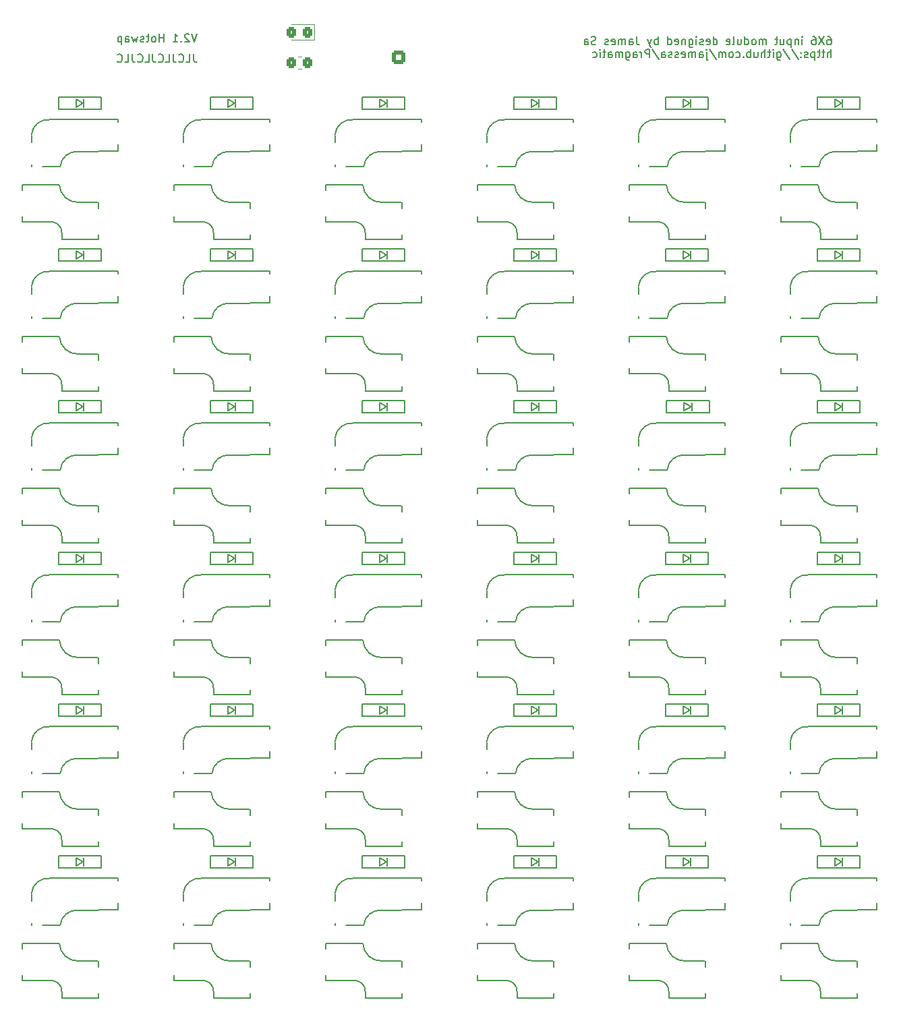
<source format=gbo>
%TF.GenerationSoftware,KiCad,Pcbnew,(6.0.2-0)*%
%TF.CreationDate,2022-03-02T14:26:00+08:00*%
%TF.ProjectId,Pragmatic,50726167-6d61-4746-9963-2e6b69636164,2.1*%
%TF.SameCoordinates,PX9157080PY3680a30*%
%TF.FileFunction,Legend,Bot*%
%TF.FilePolarity,Positive*%
%FSLAX46Y46*%
G04 Gerber Fmt 4.6, Leading zero omitted, Abs format (unit mm)*
G04 Created by KiCad (PCBNEW (6.0.2-0)) date 2022-03-02 14:26:00*
%MOMM*%
%LPD*%
G01*
G04 APERTURE LIST*
G04 Aperture macros list*
%AMRoundRect*
0 Rectangle with rounded corners*
0 $1 Rounding radius*
0 $2 $3 $4 $5 $6 $7 $8 $9 X,Y pos of 4 corners*
0 Add a 4 corners polygon primitive as box body*
4,1,4,$2,$3,$4,$5,$6,$7,$8,$9,$2,$3,0*
0 Add four circle primitives for the rounded corners*
1,1,$1+$1,$2,$3*
1,1,$1+$1,$4,$5*
1,1,$1+$1,$6,$7*
1,1,$1+$1,$8,$9*
0 Add four rect primitives between the rounded corners*
20,1,$1+$1,$2,$3,$4,$5,0*
20,1,$1+$1,$4,$5,$6,$7,0*
20,1,$1+$1,$6,$7,$8,$9,0*
20,1,$1+$1,$8,$9,$2,$3,0*%
G04 Aperture macros list end*
%ADD10C,0.150000*%
%ADD11C,0.120000*%
%ADD12C,1.700000*%
%ADD13C,4.000000*%
%ADD14C,1.900000*%
%ADD15C,3.000000*%
%ADD16R,2.500000X2.500000*%
%ADD17R,2.000000X2.600000*%
%ADD18C,2.500000*%
%ADD19RoundRect,0.250000X0.600000X-0.600000X0.600000X0.600000X-0.600000X0.600000X-0.600000X-0.600000X0*%
%ADD20R,1.400000X1.000000*%
%ADD21RoundRect,0.250000X0.325000X0.450000X-0.325000X0.450000X-0.325000X-0.450000X0.325000X-0.450000X0*%
%ADD22RoundRect,0.250000X0.350000X0.450000X-0.350000X0.450000X-0.350000X-0.450000X0.350000X-0.450000X0*%
G04 APERTURE END LIST*
D10*
X-1399167Y17227620D02*
X-1208691Y17227620D01*
X-1113453Y17180000D01*
X-1065834Y17132381D01*
X-970596Y16989524D01*
X-922977Y16799048D01*
X-922977Y16418096D01*
X-970596Y16322858D01*
X-1018215Y16275239D01*
X-1113453Y16227620D01*
X-1303929Y16227620D01*
X-1399167Y16275239D01*
X-1446786Y16322858D01*
X-1494405Y16418096D01*
X-1494405Y16656191D01*
X-1446786Y16751429D01*
X-1399167Y16799048D01*
X-1303929Y16846667D01*
X-1113453Y16846667D01*
X-1018215Y16799048D01*
X-970596Y16751429D01*
X-922977Y16656191D01*
X-1827739Y17227620D02*
X-2494405Y16227620D01*
X-2494405Y17227620D02*
X-1827739Y16227620D01*
X-3303929Y17227620D02*
X-3113453Y17227620D01*
X-3018215Y17180000D01*
X-2970596Y17132381D01*
X-2875358Y16989524D01*
X-2827739Y16799048D01*
X-2827739Y16418096D01*
X-2875358Y16322858D01*
X-2922977Y16275239D01*
X-3018215Y16227620D01*
X-3208691Y16227620D01*
X-3303929Y16275239D01*
X-3351548Y16322858D01*
X-3399167Y16418096D01*
X-3399167Y16656191D01*
X-3351548Y16751429D01*
X-3303929Y16799048D01*
X-3208691Y16846667D01*
X-3018215Y16846667D01*
X-2922977Y16799048D01*
X-2875358Y16751429D01*
X-2827739Y16656191D01*
X-4589643Y16227620D02*
X-4589643Y16894286D01*
X-4589643Y17227620D02*
X-4542024Y17180000D01*
X-4589643Y17132381D01*
X-4637262Y17180000D01*
X-4589643Y17227620D01*
X-4589643Y17132381D01*
X-5065834Y16894286D02*
X-5065834Y16227620D01*
X-5065834Y16799048D02*
X-5113453Y16846667D01*
X-5208691Y16894286D01*
X-5351548Y16894286D01*
X-5446786Y16846667D01*
X-5494405Y16751429D01*
X-5494405Y16227620D01*
X-5970596Y16894286D02*
X-5970596Y15894286D01*
X-5970596Y16846667D02*
X-6065834Y16894286D01*
X-6256310Y16894286D01*
X-6351548Y16846667D01*
X-6399167Y16799048D01*
X-6446786Y16703810D01*
X-6446786Y16418096D01*
X-6399167Y16322858D01*
X-6351548Y16275239D01*
X-6256310Y16227620D01*
X-6065834Y16227620D01*
X-5970596Y16275239D01*
X-7303929Y16894286D02*
X-7303929Y16227620D01*
X-6875358Y16894286D02*
X-6875358Y16370477D01*
X-6922977Y16275239D01*
X-7018215Y16227620D01*
X-7161072Y16227620D01*
X-7256310Y16275239D01*
X-7303929Y16322858D01*
X-7637262Y16894286D02*
X-8018215Y16894286D01*
X-7780120Y17227620D02*
X-7780120Y16370477D01*
X-7827739Y16275239D01*
X-7922977Y16227620D01*
X-8018215Y16227620D01*
X-9113453Y16227620D02*
X-9113453Y16894286D01*
X-9113453Y16799048D02*
X-9161072Y16846667D01*
X-9256310Y16894286D01*
X-9399167Y16894286D01*
X-9494405Y16846667D01*
X-9542024Y16751429D01*
X-9542024Y16227620D01*
X-9542024Y16751429D02*
X-9589643Y16846667D01*
X-9684881Y16894286D01*
X-9827739Y16894286D01*
X-9922977Y16846667D01*
X-9970596Y16751429D01*
X-9970596Y16227620D01*
X-10589643Y16227620D02*
X-10494405Y16275239D01*
X-10446786Y16322858D01*
X-10399167Y16418096D01*
X-10399167Y16703810D01*
X-10446786Y16799048D01*
X-10494405Y16846667D01*
X-10589643Y16894286D01*
X-10732500Y16894286D01*
X-10827739Y16846667D01*
X-10875358Y16799048D01*
X-10922977Y16703810D01*
X-10922977Y16418096D01*
X-10875358Y16322858D01*
X-10827739Y16275239D01*
X-10732500Y16227620D01*
X-10589643Y16227620D01*
X-11780120Y16227620D02*
X-11780120Y17227620D01*
X-11780120Y16275239D02*
X-11684881Y16227620D01*
X-11494405Y16227620D01*
X-11399167Y16275239D01*
X-11351548Y16322858D01*
X-11303929Y16418096D01*
X-11303929Y16703810D01*
X-11351548Y16799048D01*
X-11399167Y16846667D01*
X-11494405Y16894286D01*
X-11684881Y16894286D01*
X-11780120Y16846667D01*
X-12684881Y16894286D02*
X-12684881Y16227620D01*
X-12256310Y16894286D02*
X-12256310Y16370477D01*
X-12303929Y16275239D01*
X-12399167Y16227620D01*
X-12542024Y16227620D01*
X-12637262Y16275239D01*
X-12684881Y16322858D01*
X-13303929Y16227620D02*
X-13208691Y16275239D01*
X-13161072Y16370477D01*
X-13161072Y17227620D01*
X-14065834Y16275239D02*
X-13970596Y16227620D01*
X-13780120Y16227620D01*
X-13684881Y16275239D01*
X-13637262Y16370477D01*
X-13637262Y16751429D01*
X-13684881Y16846667D01*
X-13780120Y16894286D01*
X-13970596Y16894286D01*
X-14065834Y16846667D01*
X-14113453Y16751429D01*
X-14113453Y16656191D01*
X-13637262Y16560953D01*
X-15732500Y16227620D02*
X-15732500Y17227620D01*
X-15732500Y16275239D02*
X-15637262Y16227620D01*
X-15446786Y16227620D01*
X-15351548Y16275239D01*
X-15303929Y16322858D01*
X-15256310Y16418096D01*
X-15256310Y16703810D01*
X-15303929Y16799048D01*
X-15351548Y16846667D01*
X-15446786Y16894286D01*
X-15637262Y16894286D01*
X-15732500Y16846667D01*
X-16589643Y16275239D02*
X-16494405Y16227620D01*
X-16303929Y16227620D01*
X-16208691Y16275239D01*
X-16161072Y16370477D01*
X-16161072Y16751429D01*
X-16208691Y16846667D01*
X-16303929Y16894286D01*
X-16494405Y16894286D01*
X-16589643Y16846667D01*
X-16637262Y16751429D01*
X-16637262Y16656191D01*
X-16161072Y16560953D01*
X-17018215Y16275239D02*
X-17113453Y16227620D01*
X-17303929Y16227620D01*
X-17399167Y16275239D01*
X-17446786Y16370477D01*
X-17446786Y16418096D01*
X-17399167Y16513334D01*
X-17303929Y16560953D01*
X-17161072Y16560953D01*
X-17065834Y16608572D01*
X-17018215Y16703810D01*
X-17018215Y16751429D01*
X-17065834Y16846667D01*
X-17161072Y16894286D01*
X-17303929Y16894286D01*
X-17399167Y16846667D01*
X-17875358Y16227620D02*
X-17875358Y16894286D01*
X-17875358Y17227620D02*
X-17827739Y17180000D01*
X-17875358Y17132381D01*
X-17922977Y17180000D01*
X-17875358Y17227620D01*
X-17875358Y17132381D01*
X-18780120Y16894286D02*
X-18780120Y16084762D01*
X-18732500Y15989524D01*
X-18684881Y15941905D01*
X-18589643Y15894286D01*
X-18446786Y15894286D01*
X-18351548Y15941905D01*
X-18780120Y16275239D02*
X-18684881Y16227620D01*
X-18494405Y16227620D01*
X-18399167Y16275239D01*
X-18351548Y16322858D01*
X-18303929Y16418096D01*
X-18303929Y16703810D01*
X-18351548Y16799048D01*
X-18399167Y16846667D01*
X-18494405Y16894286D01*
X-18684881Y16894286D01*
X-18780120Y16846667D01*
X-19256310Y16894286D02*
X-19256310Y16227620D01*
X-19256310Y16799048D02*
X-19303929Y16846667D01*
X-19399167Y16894286D01*
X-19542024Y16894286D01*
X-19637262Y16846667D01*
X-19684881Y16751429D01*
X-19684881Y16227620D01*
X-20542024Y16275239D02*
X-20446786Y16227620D01*
X-20256310Y16227620D01*
X-20161072Y16275239D01*
X-20113453Y16370477D01*
X-20113453Y16751429D01*
X-20161072Y16846667D01*
X-20256310Y16894286D01*
X-20446786Y16894286D01*
X-20542024Y16846667D01*
X-20589643Y16751429D01*
X-20589643Y16656191D01*
X-20113453Y16560953D01*
X-21446786Y16227620D02*
X-21446786Y17227620D01*
X-21446786Y16275239D02*
X-21351548Y16227620D01*
X-21161072Y16227620D01*
X-21065834Y16275239D01*
X-21018215Y16322858D01*
X-20970596Y16418096D01*
X-20970596Y16703810D01*
X-21018215Y16799048D01*
X-21065834Y16846667D01*
X-21161072Y16894286D01*
X-21351548Y16894286D01*
X-21446786Y16846667D01*
X-22684881Y16227620D02*
X-22684881Y17227620D01*
X-22684881Y16846667D02*
X-22780120Y16894286D01*
X-22970596Y16894286D01*
X-23065834Y16846667D01*
X-23113453Y16799048D01*
X-23161072Y16703810D01*
X-23161072Y16418096D01*
X-23113453Y16322858D01*
X-23065834Y16275239D01*
X-22970596Y16227620D01*
X-22780120Y16227620D01*
X-22684881Y16275239D01*
X-23494405Y16894286D02*
X-23732500Y16227620D01*
X-23970596Y16894286D02*
X-23732500Y16227620D01*
X-23637262Y15989524D01*
X-23589643Y15941905D01*
X-23494405Y15894286D01*
X-25399167Y17227620D02*
X-25399167Y16513334D01*
X-25351548Y16370477D01*
X-25256310Y16275239D01*
X-25113453Y16227620D01*
X-25018215Y16227620D01*
X-26303929Y16227620D02*
X-26303929Y16751429D01*
X-26256310Y16846667D01*
X-26161072Y16894286D01*
X-25970596Y16894286D01*
X-25875358Y16846667D01*
X-26303929Y16275239D02*
X-26208691Y16227620D01*
X-25970596Y16227620D01*
X-25875358Y16275239D01*
X-25827739Y16370477D01*
X-25827739Y16465715D01*
X-25875358Y16560953D01*
X-25970596Y16608572D01*
X-26208691Y16608572D01*
X-26303929Y16656191D01*
X-26780120Y16227620D02*
X-26780120Y16894286D01*
X-26780120Y16799048D02*
X-26827739Y16846667D01*
X-26922977Y16894286D01*
X-27065834Y16894286D01*
X-27161072Y16846667D01*
X-27208691Y16751429D01*
X-27208691Y16227620D01*
X-27208691Y16751429D02*
X-27256310Y16846667D01*
X-27351548Y16894286D01*
X-27494405Y16894286D01*
X-27589643Y16846667D01*
X-27637262Y16751429D01*
X-27637262Y16227620D01*
X-28494405Y16275239D02*
X-28399167Y16227620D01*
X-28208691Y16227620D01*
X-28113453Y16275239D01*
X-28065834Y16370477D01*
X-28065834Y16751429D01*
X-28113453Y16846667D01*
X-28208691Y16894286D01*
X-28399167Y16894286D01*
X-28494405Y16846667D01*
X-28542024Y16751429D01*
X-28542024Y16656191D01*
X-28065834Y16560953D01*
X-28922977Y16275239D02*
X-29018215Y16227620D01*
X-29208691Y16227620D01*
X-29303929Y16275239D01*
X-29351548Y16370477D01*
X-29351548Y16418096D01*
X-29303929Y16513334D01*
X-29208691Y16560953D01*
X-29065834Y16560953D01*
X-28970596Y16608572D01*
X-28922977Y16703810D01*
X-28922977Y16751429D01*
X-28970596Y16846667D01*
X-29065834Y16894286D01*
X-29208691Y16894286D01*
X-29303929Y16846667D01*
X-30494405Y16275239D02*
X-30637262Y16227620D01*
X-30875358Y16227620D01*
X-30970596Y16275239D01*
X-31018215Y16322858D01*
X-31065834Y16418096D01*
X-31065834Y16513334D01*
X-31018215Y16608572D01*
X-30970596Y16656191D01*
X-30875358Y16703810D01*
X-30684881Y16751429D01*
X-30589643Y16799048D01*
X-30542024Y16846667D01*
X-30494405Y16941905D01*
X-30494405Y17037143D01*
X-30542024Y17132381D01*
X-30589643Y17180000D01*
X-30684881Y17227620D01*
X-30922977Y17227620D01*
X-31065834Y17180000D01*
X-31922977Y16227620D02*
X-31922977Y16751429D01*
X-31875358Y16846667D01*
X-31780120Y16894286D01*
X-31589643Y16894286D01*
X-31494405Y16846667D01*
X-31922977Y16275239D02*
X-31827739Y16227620D01*
X-31589643Y16227620D01*
X-31494405Y16275239D01*
X-31446786Y16370477D01*
X-31446786Y16465715D01*
X-31494405Y16560953D01*
X-31589643Y16608572D01*
X-31827739Y16608572D01*
X-31922977Y16656191D01*
X-970596Y14617620D02*
X-970596Y15617620D01*
X-1399167Y14617620D02*
X-1399167Y15141429D01*
X-1351548Y15236667D01*
X-1256310Y15284286D01*
X-1113453Y15284286D01*
X-1018215Y15236667D01*
X-970596Y15189048D01*
X-1732500Y15284286D02*
X-2113453Y15284286D01*
X-1875358Y15617620D02*
X-1875358Y14760477D01*
X-1922977Y14665239D01*
X-2018215Y14617620D01*
X-2113453Y14617620D01*
X-2303929Y15284286D02*
X-2684881Y15284286D01*
X-2446786Y15617620D02*
X-2446786Y14760477D01*
X-2494405Y14665239D01*
X-2589643Y14617620D01*
X-2684881Y14617620D01*
X-3018215Y15284286D02*
X-3018215Y14284286D01*
X-3018215Y15236667D02*
X-3113453Y15284286D01*
X-3303929Y15284286D01*
X-3399167Y15236667D01*
X-3446786Y15189048D01*
X-3494405Y15093810D01*
X-3494405Y14808096D01*
X-3446786Y14712858D01*
X-3399167Y14665239D01*
X-3303929Y14617620D01*
X-3113453Y14617620D01*
X-3018215Y14665239D01*
X-3875358Y14665239D02*
X-3970596Y14617620D01*
X-4161072Y14617620D01*
X-4256310Y14665239D01*
X-4303929Y14760477D01*
X-4303929Y14808096D01*
X-4256310Y14903334D01*
X-4161072Y14950953D01*
X-4018215Y14950953D01*
X-3922977Y14998572D01*
X-3875358Y15093810D01*
X-3875358Y15141429D01*
X-3922977Y15236667D01*
X-4018215Y15284286D01*
X-4161072Y15284286D01*
X-4256310Y15236667D01*
X-4732500Y14712858D02*
X-4780120Y14665239D01*
X-4732500Y14617620D01*
X-4684881Y14665239D01*
X-4732500Y14712858D01*
X-4732500Y14617620D01*
X-4732500Y15236667D02*
X-4780120Y15189048D01*
X-4732500Y15141429D01*
X-4684881Y15189048D01*
X-4732500Y15236667D01*
X-4732500Y15141429D01*
X-5922977Y15665239D02*
X-5065834Y14379524D01*
X-6970596Y15665239D02*
X-6113453Y14379524D01*
X-7732500Y15284286D02*
X-7732500Y14474762D01*
X-7684881Y14379524D01*
X-7637262Y14331905D01*
X-7542024Y14284286D01*
X-7399167Y14284286D01*
X-7303929Y14331905D01*
X-7732500Y14665239D02*
X-7637262Y14617620D01*
X-7446786Y14617620D01*
X-7351548Y14665239D01*
X-7303929Y14712858D01*
X-7256310Y14808096D01*
X-7256310Y15093810D01*
X-7303929Y15189048D01*
X-7351548Y15236667D01*
X-7446786Y15284286D01*
X-7637262Y15284286D01*
X-7732500Y15236667D01*
X-8208691Y14617620D02*
X-8208691Y15284286D01*
X-8208691Y15617620D02*
X-8161072Y15570000D01*
X-8208691Y15522381D01*
X-8256310Y15570000D01*
X-8208691Y15617620D01*
X-8208691Y15522381D01*
X-8542024Y15284286D02*
X-8922977Y15284286D01*
X-8684881Y15617620D02*
X-8684881Y14760477D01*
X-8732500Y14665239D01*
X-8827739Y14617620D01*
X-8922977Y14617620D01*
X-9256310Y14617620D02*
X-9256310Y15617620D01*
X-9684881Y14617620D02*
X-9684881Y15141429D01*
X-9637262Y15236667D01*
X-9542024Y15284286D01*
X-9399167Y15284286D01*
X-9303929Y15236667D01*
X-9256310Y15189048D01*
X-10589643Y15284286D02*
X-10589643Y14617620D01*
X-10161072Y15284286D02*
X-10161072Y14760477D01*
X-10208691Y14665239D01*
X-10303929Y14617620D01*
X-10446786Y14617620D01*
X-10542024Y14665239D01*
X-10589643Y14712858D01*
X-11065834Y14617620D02*
X-11065834Y15617620D01*
X-11065834Y15236667D02*
X-11161072Y15284286D01*
X-11351548Y15284286D01*
X-11446786Y15236667D01*
X-11494405Y15189048D01*
X-11542024Y15093810D01*
X-11542024Y14808096D01*
X-11494405Y14712858D01*
X-11446786Y14665239D01*
X-11351548Y14617620D01*
X-11161072Y14617620D01*
X-11065834Y14665239D01*
X-11970596Y14712858D02*
X-12018215Y14665239D01*
X-11970596Y14617620D01*
X-11922977Y14665239D01*
X-11970596Y14712858D01*
X-11970596Y14617620D01*
X-12875358Y14665239D02*
X-12780120Y14617620D01*
X-12589643Y14617620D01*
X-12494405Y14665239D01*
X-12446786Y14712858D01*
X-12399167Y14808096D01*
X-12399167Y15093810D01*
X-12446786Y15189048D01*
X-12494405Y15236667D01*
X-12589643Y15284286D01*
X-12780120Y15284286D01*
X-12875358Y15236667D01*
X-13446786Y14617620D02*
X-13351548Y14665239D01*
X-13303929Y14712858D01*
X-13256310Y14808096D01*
X-13256310Y15093810D01*
X-13303929Y15189048D01*
X-13351548Y15236667D01*
X-13446786Y15284286D01*
X-13589643Y15284286D01*
X-13684881Y15236667D01*
X-13732500Y15189048D01*
X-13780120Y15093810D01*
X-13780120Y14808096D01*
X-13732500Y14712858D01*
X-13684881Y14665239D01*
X-13589643Y14617620D01*
X-13446786Y14617620D01*
X-14208691Y14617620D02*
X-14208691Y15284286D01*
X-14208691Y15189048D02*
X-14256310Y15236667D01*
X-14351548Y15284286D01*
X-14494405Y15284286D01*
X-14589643Y15236667D01*
X-14637262Y15141429D01*
X-14637262Y14617620D01*
X-14637262Y15141429D02*
X-14684881Y15236667D01*
X-14780120Y15284286D01*
X-14922977Y15284286D01*
X-15018215Y15236667D01*
X-15065834Y15141429D01*
X-15065834Y14617620D01*
X-16256310Y15665239D02*
X-15399167Y14379524D01*
X-16589643Y15284286D02*
X-16589643Y14427143D01*
X-16542024Y14331905D01*
X-16446786Y14284286D01*
X-16399167Y14284286D01*
X-16589643Y15617620D02*
X-16542024Y15570000D01*
X-16589643Y15522381D01*
X-16637262Y15570000D01*
X-16589643Y15617620D01*
X-16589643Y15522381D01*
X-17494405Y14617620D02*
X-17494405Y15141429D01*
X-17446786Y15236667D01*
X-17351548Y15284286D01*
X-17161072Y15284286D01*
X-17065834Y15236667D01*
X-17494405Y14665239D02*
X-17399167Y14617620D01*
X-17161072Y14617620D01*
X-17065834Y14665239D01*
X-17018215Y14760477D01*
X-17018215Y14855715D01*
X-17065834Y14950953D01*
X-17161072Y14998572D01*
X-17399167Y14998572D01*
X-17494405Y15046191D01*
X-17970596Y14617620D02*
X-17970596Y15284286D01*
X-17970596Y15189048D02*
X-18018215Y15236667D01*
X-18113453Y15284286D01*
X-18256310Y15284286D01*
X-18351548Y15236667D01*
X-18399167Y15141429D01*
X-18399167Y14617620D01*
X-18399167Y15141429D02*
X-18446786Y15236667D01*
X-18542024Y15284286D01*
X-18684881Y15284286D01*
X-18780120Y15236667D01*
X-18827739Y15141429D01*
X-18827739Y14617620D01*
X-19684881Y14665239D02*
X-19589643Y14617620D01*
X-19399167Y14617620D01*
X-19303929Y14665239D01*
X-19256310Y14760477D01*
X-19256310Y15141429D01*
X-19303929Y15236667D01*
X-19399167Y15284286D01*
X-19589643Y15284286D01*
X-19684881Y15236667D01*
X-19732500Y15141429D01*
X-19732500Y15046191D01*
X-19256310Y14950953D01*
X-20113453Y14665239D02*
X-20208691Y14617620D01*
X-20399167Y14617620D01*
X-20494405Y14665239D01*
X-20542024Y14760477D01*
X-20542024Y14808096D01*
X-20494405Y14903334D01*
X-20399167Y14950953D01*
X-20256310Y14950953D01*
X-20161072Y14998572D01*
X-20113453Y15093810D01*
X-20113453Y15141429D01*
X-20161072Y15236667D01*
X-20256310Y15284286D01*
X-20399167Y15284286D01*
X-20494405Y15236667D01*
X-20922977Y14665239D02*
X-21018215Y14617620D01*
X-21208691Y14617620D01*
X-21303929Y14665239D01*
X-21351548Y14760477D01*
X-21351548Y14808096D01*
X-21303929Y14903334D01*
X-21208691Y14950953D01*
X-21065834Y14950953D01*
X-20970596Y14998572D01*
X-20922977Y15093810D01*
X-20922977Y15141429D01*
X-20970596Y15236667D01*
X-21065834Y15284286D01*
X-21208691Y15284286D01*
X-21303929Y15236667D01*
X-22208691Y14617620D02*
X-22208691Y15141429D01*
X-22161072Y15236667D01*
X-22065834Y15284286D01*
X-21875358Y15284286D01*
X-21780120Y15236667D01*
X-22208691Y14665239D02*
X-22113453Y14617620D01*
X-21875358Y14617620D01*
X-21780120Y14665239D01*
X-21732500Y14760477D01*
X-21732500Y14855715D01*
X-21780120Y14950953D01*
X-21875358Y14998572D01*
X-22113453Y14998572D01*
X-22208691Y15046191D01*
X-23399167Y15665239D02*
X-22542024Y14379524D01*
X-23732500Y14617620D02*
X-23732500Y15617620D01*
X-24113453Y15617620D01*
X-24208691Y15570000D01*
X-24256310Y15522381D01*
X-24303929Y15427143D01*
X-24303929Y15284286D01*
X-24256310Y15189048D01*
X-24208691Y15141429D01*
X-24113453Y15093810D01*
X-23732500Y15093810D01*
X-24732500Y14617620D02*
X-24732500Y15284286D01*
X-24732500Y15093810D02*
X-24780120Y15189048D01*
X-24827739Y15236667D01*
X-24922977Y15284286D01*
X-25018215Y15284286D01*
X-25780120Y14617620D02*
X-25780120Y15141429D01*
X-25732500Y15236667D01*
X-25637262Y15284286D01*
X-25446786Y15284286D01*
X-25351548Y15236667D01*
X-25780120Y14665239D02*
X-25684881Y14617620D01*
X-25446786Y14617620D01*
X-25351548Y14665239D01*
X-25303929Y14760477D01*
X-25303929Y14855715D01*
X-25351548Y14950953D01*
X-25446786Y14998572D01*
X-25684881Y14998572D01*
X-25780120Y15046191D01*
X-26684881Y15284286D02*
X-26684881Y14474762D01*
X-26637262Y14379524D01*
X-26589643Y14331905D01*
X-26494405Y14284286D01*
X-26351548Y14284286D01*
X-26256310Y14331905D01*
X-26684881Y14665239D02*
X-26589643Y14617620D01*
X-26399167Y14617620D01*
X-26303929Y14665239D01*
X-26256310Y14712858D01*
X-26208691Y14808096D01*
X-26208691Y15093810D01*
X-26256310Y15189048D01*
X-26303929Y15236667D01*
X-26399167Y15284286D01*
X-26589643Y15284286D01*
X-26684881Y15236667D01*
X-27161072Y14617620D02*
X-27161072Y15284286D01*
X-27161072Y15189048D02*
X-27208691Y15236667D01*
X-27303929Y15284286D01*
X-27446786Y15284286D01*
X-27542024Y15236667D01*
X-27589643Y15141429D01*
X-27589643Y14617620D01*
X-27589643Y15141429D02*
X-27637262Y15236667D01*
X-27732500Y15284286D01*
X-27875358Y15284286D01*
X-27970596Y15236667D01*
X-28018215Y15141429D01*
X-28018215Y14617620D01*
X-28922977Y14617620D02*
X-28922977Y15141429D01*
X-28875358Y15236667D01*
X-28780120Y15284286D01*
X-28589643Y15284286D01*
X-28494405Y15236667D01*
X-28922977Y14665239D02*
X-28827739Y14617620D01*
X-28589643Y14617620D01*
X-28494405Y14665239D01*
X-28446786Y14760477D01*
X-28446786Y14855715D01*
X-28494405Y14950953D01*
X-28589643Y14998572D01*
X-28827739Y14998572D01*
X-28922977Y15046191D01*
X-29256310Y15284286D02*
X-29637262Y15284286D01*
X-29399167Y15617620D02*
X-29399167Y14760477D01*
X-29446786Y14665239D01*
X-29542024Y14617620D01*
X-29637262Y14617620D01*
X-29970596Y14617620D02*
X-29970596Y15284286D01*
X-29970596Y15617620D02*
X-29922977Y15570000D01*
X-29970596Y15522381D01*
X-30018215Y15570000D01*
X-29970596Y15617620D01*
X-29970596Y15522381D01*
X-30875358Y14665239D02*
X-30780120Y14617620D01*
X-30589643Y14617620D01*
X-30494405Y14665239D01*
X-30446786Y14712858D01*
X-30399167Y14808096D01*
X-30399167Y15093810D01*
X-30446786Y15189048D01*
X-30494405Y15236667D01*
X-30589643Y15284286D01*
X-30780120Y15284286D01*
X-30875358Y15236667D01*
X-80978953Y15034381D02*
X-80978953Y14308667D01*
X-80931334Y14163524D01*
X-80836096Y14066762D01*
X-80693239Y14018381D01*
X-80598000Y14018381D01*
X-81931334Y14018381D02*
X-81455143Y14018381D01*
X-81455143Y15034381D01*
X-82836096Y14115143D02*
X-82788477Y14066762D01*
X-82645620Y14018381D01*
X-82550381Y14018381D01*
X-82407524Y14066762D01*
X-82312286Y14163524D01*
X-82264667Y14260286D01*
X-82217048Y14453810D01*
X-82217048Y14598953D01*
X-82264667Y14792477D01*
X-82312286Y14889239D01*
X-82407524Y14986000D01*
X-82550381Y15034381D01*
X-82645620Y15034381D01*
X-82788477Y14986000D01*
X-82836096Y14937620D01*
X-83550381Y15034381D02*
X-83550381Y14308667D01*
X-83502762Y14163524D01*
X-83407524Y14066762D01*
X-83264667Y14018381D01*
X-83169429Y14018381D01*
X-84502762Y14018381D02*
X-84026572Y14018381D01*
X-84026572Y15034381D01*
X-85407524Y14115143D02*
X-85359905Y14066762D01*
X-85217048Y14018381D01*
X-85121810Y14018381D01*
X-84978953Y14066762D01*
X-84883715Y14163524D01*
X-84836096Y14260286D01*
X-84788477Y14453810D01*
X-84788477Y14598953D01*
X-84836096Y14792477D01*
X-84883715Y14889239D01*
X-84978953Y14986000D01*
X-85121810Y15034381D01*
X-85217048Y15034381D01*
X-85359905Y14986000D01*
X-85407524Y14937620D01*
X-86121810Y15034381D02*
X-86121810Y14308667D01*
X-86074191Y14163524D01*
X-85978953Y14066762D01*
X-85836096Y14018381D01*
X-85740858Y14018381D01*
X-87074191Y14018381D02*
X-86598000Y14018381D01*
X-86598000Y15034381D01*
X-87978953Y14115143D02*
X-87931334Y14066762D01*
X-87788477Y14018381D01*
X-87693239Y14018381D01*
X-87550381Y14066762D01*
X-87455143Y14163524D01*
X-87407524Y14260286D01*
X-87359905Y14453810D01*
X-87359905Y14598953D01*
X-87407524Y14792477D01*
X-87455143Y14889239D01*
X-87550381Y14986000D01*
X-87693239Y15034381D01*
X-87788477Y15034381D01*
X-87931334Y14986000D01*
X-87978953Y14937620D01*
X-88693239Y15034381D02*
X-88693239Y14308667D01*
X-88645620Y14163524D01*
X-88550381Y14066762D01*
X-88407524Y14018381D01*
X-88312286Y14018381D01*
X-89645620Y14018381D02*
X-89169429Y14018381D01*
X-89169429Y15034381D01*
X-90550381Y14115143D02*
X-90502762Y14066762D01*
X-90359905Y14018381D01*
X-90264667Y14018381D01*
X-90121810Y14066762D01*
X-90026572Y14163524D01*
X-89978953Y14260286D01*
X-89931334Y14453810D01*
X-89931334Y14598953D01*
X-89978953Y14792477D01*
X-90026572Y14889239D01*
X-90121810Y14986000D01*
X-90264667Y15034381D01*
X-90359905Y15034381D01*
X-90502762Y14986000D01*
X-90550381Y14937620D01*
X-80598000Y17565620D02*
X-80931334Y16565620D01*
X-81264667Y17565620D01*
X-81550381Y17470381D02*
X-81598000Y17518000D01*
X-81693239Y17565620D01*
X-81931334Y17565620D01*
X-82026572Y17518000D01*
X-82074191Y17470381D01*
X-82121810Y17375143D01*
X-82121810Y17279905D01*
X-82074191Y17137048D01*
X-81502762Y16565620D01*
X-82121810Y16565620D01*
X-82550381Y16660858D02*
X-82598000Y16613239D01*
X-82550381Y16565620D01*
X-82502762Y16613239D01*
X-82550381Y16660858D01*
X-82550381Y16565620D01*
X-83550381Y16565620D02*
X-82978953Y16565620D01*
X-83264667Y16565620D02*
X-83264667Y17565620D01*
X-83169429Y17422762D01*
X-83074191Y17327524D01*
X-82978953Y17279905D01*
X-84740858Y16565620D02*
X-84740858Y17565620D01*
X-84740858Y17089429D02*
X-85312286Y17089429D01*
X-85312286Y16565620D02*
X-85312286Y17565620D01*
X-85931334Y16565620D02*
X-85836096Y16613239D01*
X-85788477Y16660858D01*
X-85740858Y16756096D01*
X-85740858Y17041810D01*
X-85788477Y17137048D01*
X-85836096Y17184667D01*
X-85931334Y17232286D01*
X-86074191Y17232286D01*
X-86169429Y17184667D01*
X-86217048Y17137048D01*
X-86264667Y17041810D01*
X-86264667Y16756096D01*
X-86217048Y16660858D01*
X-86169429Y16613239D01*
X-86074191Y16565620D01*
X-85931334Y16565620D01*
X-86550381Y17232286D02*
X-86931334Y17232286D01*
X-86693239Y17565620D02*
X-86693239Y16708477D01*
X-86740858Y16613239D01*
X-86836096Y16565620D01*
X-86931334Y16565620D01*
X-87217048Y16613239D02*
X-87312286Y16565620D01*
X-87502762Y16565620D01*
X-87598000Y16613239D01*
X-87645620Y16708477D01*
X-87645620Y16756096D01*
X-87598000Y16851334D01*
X-87502762Y16898953D01*
X-87359905Y16898953D01*
X-87264667Y16946572D01*
X-87217048Y17041810D01*
X-87217048Y17089429D01*
X-87264667Y17184667D01*
X-87359905Y17232286D01*
X-87502762Y17232286D01*
X-87598000Y17184667D01*
X-87978953Y17232286D02*
X-88169429Y16565620D01*
X-88359905Y17041810D01*
X-88550381Y16565620D01*
X-88740858Y17232286D01*
X-89550381Y16565620D02*
X-89550381Y17089429D01*
X-89502762Y17184667D01*
X-89407524Y17232286D01*
X-89217048Y17232286D01*
X-89121810Y17184667D01*
X-89550381Y16613239D02*
X-89455143Y16565620D01*
X-89217048Y16565620D01*
X-89121810Y16613239D01*
X-89074191Y16708477D01*
X-89074191Y16803715D01*
X-89121810Y16898953D01*
X-89217048Y16946572D01*
X-89455143Y16946572D01*
X-89550381Y16994191D01*
X-90026572Y17232286D02*
X-90026572Y16232286D01*
X-90026572Y17184667D02*
X-90121810Y17232286D01*
X-90312286Y17232286D01*
X-90407524Y17184667D01*
X-90455143Y17137048D01*
X-90502762Y17041810D01*
X-90502762Y16756096D01*
X-90455143Y16660858D01*
X-90407524Y16613239D01*
X-90312286Y16565620D01*
X-90121810Y16565620D01*
X-90026572Y16613239D01*
X-101350000Y4850000D02*
X-101350000Y3937000D01*
X-90450000Y6804000D02*
X-99075000Y6804000D01*
X-97530000Y-7500000D02*
X-97530000Y-8200000D01*
X-102525000Y-5334000D02*
X-102525000Y-6025000D01*
X-92975000Y-8225000D02*
X-97525000Y-8225000D01*
X-90450000Y6477000D02*
X-90450000Y6804000D01*
X-99949000Y896000D02*
X-97740000Y896000D01*
X-90450000Y2896000D02*
X-90450000Y3683000D01*
X-90450000Y2850000D02*
X-95500000Y2804000D01*
X-92950000Y-4318000D02*
X-92950000Y-4318000D01*
X-101350000Y1143000D02*
X-101350000Y905000D01*
X-102525000Y-1375000D02*
X-102525000Y-2032000D01*
X-98750000Y-6025000D02*
X-102525000Y-6025000D01*
X-92950000Y-3600000D02*
X-92950000Y-4318000D01*
X-92950000Y-7620000D02*
X-92950000Y-8200000D01*
X-97825000Y-1375000D02*
X-102525000Y-1375000D01*
X-92975000Y-3575000D02*
X-95525000Y-3575000D01*
X-99075000Y6804000D02*
G75*
G03*
X-101339000Y4920000I-190000J-2074000D01*
G01*
X-95475000Y2800000D02*
G75*
G03*
X-97735000Y920000I-190000J-2070000D01*
G01*
X-97820000Y-1400000D02*
G75*
G03*
X-95450000Y-3570000I2270000J100000D01*
G01*
X-97530000Y-7450000D02*
G75*
G03*
X-98750000Y-6030000I-1320000J100000D01*
G01*
X-90450000Y-12246000D02*
X-99075000Y-12246000D01*
X-102525000Y-20425000D02*
X-102525000Y-21082000D01*
X-97825000Y-20425000D02*
X-102525000Y-20425000D01*
X-101350000Y-17907000D02*
X-101350000Y-18145000D01*
X-90450000Y-16200000D02*
X-95500000Y-16246000D01*
X-102525000Y-24384000D02*
X-102525000Y-25075000D01*
X-92975000Y-27275000D02*
X-97525000Y-27275000D01*
X-101350000Y-14200000D02*
X-101350000Y-15113000D01*
X-92950000Y-22650000D02*
X-92950000Y-23368000D01*
X-99949000Y-18154000D02*
X-97740000Y-18154000D01*
X-92950000Y-26670000D02*
X-92950000Y-27250000D01*
X-90450000Y-12573000D02*
X-90450000Y-12246000D01*
X-90450000Y-16154000D02*
X-90450000Y-15367000D01*
X-97530000Y-26550000D02*
X-97530000Y-27250000D01*
X-98750000Y-25075000D02*
X-102525000Y-25075000D01*
X-92950000Y-23368000D02*
X-92950000Y-23368000D01*
X-92975000Y-22625000D02*
X-95525000Y-22625000D01*
X-97530000Y-26500000D02*
G75*
G03*
X-98750000Y-25080000I-1320000J100000D01*
G01*
X-99075000Y-12246000D02*
G75*
G03*
X-101339000Y-14130000I-190000J-2074000D01*
G01*
X-97820000Y-20450000D02*
G75*
G03*
X-95450000Y-22620000I2270000J100000D01*
G01*
X-95475000Y-16250000D02*
G75*
G03*
X-97735000Y-18130000I-190000J-2070000D01*
G01*
X-73900000Y-22650000D02*
X-73900000Y-23368000D01*
X-71400000Y-16154000D02*
X-71400000Y-15367000D01*
X-78480000Y-26550000D02*
X-78480000Y-27250000D01*
X-79700000Y-25075000D02*
X-83475000Y-25075000D01*
X-71400000Y-12573000D02*
X-71400000Y-12246000D01*
X-71400000Y-16200000D02*
X-76450000Y-16246000D01*
X-73925000Y-22625000D02*
X-76475000Y-22625000D01*
X-73900000Y-23368000D02*
X-73900000Y-23368000D01*
X-82300000Y-14200000D02*
X-82300000Y-15113000D01*
X-71400000Y-12246000D02*
X-80025000Y-12246000D01*
X-83475000Y-20425000D02*
X-83475000Y-21082000D01*
X-73900000Y-26670000D02*
X-73900000Y-27250000D01*
X-83475000Y-24384000D02*
X-83475000Y-25075000D01*
X-80899000Y-18154000D02*
X-78690000Y-18154000D01*
X-78775000Y-20425000D02*
X-83475000Y-20425000D01*
X-82300000Y-17907000D02*
X-82300000Y-18145000D01*
X-73925000Y-27275000D02*
X-78475000Y-27275000D01*
X-76425000Y-16250000D02*
G75*
G03*
X-78685000Y-18130000I-190000J-2070000D01*
G01*
X-78770000Y-20450000D02*
G75*
G03*
X-76400000Y-22620000I2270000J100000D01*
G01*
X-78480000Y-26500000D02*
G75*
G03*
X-79700000Y-25080000I-1320000J100000D01*
G01*
X-80025000Y-12246000D02*
G75*
G03*
X-82289000Y-14130000I-190000J-2074000D01*
G01*
X-71400000Y2850000D02*
X-76450000Y2804000D01*
X-83475000Y-5334000D02*
X-83475000Y-6025000D01*
X-82300000Y4850000D02*
X-82300000Y3937000D01*
X-83475000Y-1375000D02*
X-83475000Y-2032000D01*
X-73925000Y-3575000D02*
X-76475000Y-3575000D01*
X-71400000Y6804000D02*
X-80025000Y6804000D01*
X-73900000Y-7620000D02*
X-73900000Y-8200000D01*
X-71400000Y6477000D02*
X-71400000Y6804000D01*
X-71400000Y2896000D02*
X-71400000Y3683000D01*
X-79700000Y-6025000D02*
X-83475000Y-6025000D01*
X-80899000Y896000D02*
X-78690000Y896000D01*
X-73900000Y-4318000D02*
X-73900000Y-4318000D01*
X-73900000Y-3600000D02*
X-73900000Y-4318000D01*
X-78775000Y-1375000D02*
X-83475000Y-1375000D01*
X-73925000Y-8225000D02*
X-78475000Y-8225000D01*
X-82300000Y1143000D02*
X-82300000Y905000D01*
X-78480000Y-7500000D02*
X-78480000Y-8200000D01*
X-76425000Y2800000D02*
G75*
G03*
X-78685000Y920000I-190000J-2070000D01*
G01*
X-78480000Y-7450000D02*
G75*
G03*
X-79700000Y-6030000I-1320000J100000D01*
G01*
X-78770000Y-1400000D02*
G75*
G03*
X-76400000Y-3570000I2270000J100000D01*
G01*
X-80025000Y6804000D02*
G75*
G03*
X-82289000Y4920000I-190000J-2074000D01*
G01*
X-61849000Y896000D02*
X-59640000Y896000D01*
X-54850000Y-7620000D02*
X-54850000Y-8200000D01*
X-64425000Y-1375000D02*
X-64425000Y-2032000D01*
X-52350000Y2896000D02*
X-52350000Y3683000D01*
X-54875000Y-3575000D02*
X-57425000Y-3575000D01*
X-59430000Y-7500000D02*
X-59430000Y-8200000D01*
X-52350000Y2850000D02*
X-57400000Y2804000D01*
X-52350000Y6804000D02*
X-60975000Y6804000D01*
X-63250000Y1143000D02*
X-63250000Y905000D01*
X-59725000Y-1375000D02*
X-64425000Y-1375000D01*
X-54850000Y-4318000D02*
X-54850000Y-4318000D01*
X-60650000Y-6025000D02*
X-64425000Y-6025000D01*
X-52350000Y6477000D02*
X-52350000Y6804000D01*
X-54875000Y-8225000D02*
X-59425000Y-8225000D01*
X-54850000Y-3600000D02*
X-54850000Y-4318000D01*
X-63250000Y4850000D02*
X-63250000Y3937000D01*
X-64425000Y-5334000D02*
X-64425000Y-6025000D01*
X-57375000Y2800000D02*
G75*
G03*
X-59635000Y920000I-190000J-2070000D01*
G01*
X-60975000Y6804000D02*
G75*
G03*
X-63239000Y4920000I-190000J-2074000D01*
G01*
X-59720000Y-1400000D02*
G75*
G03*
X-57350000Y-3570000I2270000J100000D01*
G01*
X-59430000Y-7450000D02*
G75*
G03*
X-60650000Y-6030000I-1320000J100000D01*
G01*
X-41600000Y-6025000D02*
X-45375000Y-6025000D01*
X-35800000Y-4318000D02*
X-35800000Y-4318000D01*
X-33300000Y2896000D02*
X-33300000Y3683000D01*
X-35800000Y-3600000D02*
X-35800000Y-4318000D01*
X-44200000Y4850000D02*
X-44200000Y3937000D01*
X-33300000Y6804000D02*
X-41925000Y6804000D01*
X-33300000Y6477000D02*
X-33300000Y6804000D01*
X-45375000Y-5334000D02*
X-45375000Y-6025000D01*
X-35825000Y-3575000D02*
X-38375000Y-3575000D01*
X-40380000Y-7500000D02*
X-40380000Y-8200000D01*
X-44200000Y1143000D02*
X-44200000Y905000D01*
X-42799000Y896000D02*
X-40590000Y896000D01*
X-45375000Y-1375000D02*
X-45375000Y-2032000D01*
X-35825000Y-8225000D02*
X-40375000Y-8225000D01*
X-40675000Y-1375000D02*
X-45375000Y-1375000D01*
X-35800000Y-7620000D02*
X-35800000Y-8200000D01*
X-33300000Y2850000D02*
X-38350000Y2804000D01*
X-41925000Y6804000D02*
G75*
G03*
X-44189000Y4920000I-190000J-2074000D01*
G01*
X-38325000Y2800000D02*
G75*
G03*
X-40585000Y920000I-190000J-2070000D01*
G01*
X-40670000Y-1400000D02*
G75*
G03*
X-38300000Y-3570000I2270000J100000D01*
G01*
X-40380000Y-7450000D02*
G75*
G03*
X-41600000Y-6030000I-1320000J100000D01*
G01*
X-23749000Y896000D02*
X-21540000Y896000D01*
X-16750000Y-3600000D02*
X-16750000Y-4318000D01*
X-14250000Y2850000D02*
X-19300000Y2804000D01*
X-16750000Y-7620000D02*
X-16750000Y-8200000D01*
X-22550000Y-6025000D02*
X-26325000Y-6025000D01*
X-25150000Y1143000D02*
X-25150000Y905000D01*
X-16750000Y-4318000D02*
X-16750000Y-4318000D01*
X-26325000Y-5334000D02*
X-26325000Y-6025000D01*
X-14250000Y6804000D02*
X-22875000Y6804000D01*
X-14250000Y6477000D02*
X-14250000Y6804000D01*
X-21625000Y-1375000D02*
X-26325000Y-1375000D01*
X-25150000Y4850000D02*
X-25150000Y3937000D01*
X-14250000Y2896000D02*
X-14250000Y3683000D01*
X-16775000Y-3575000D02*
X-19325000Y-3575000D01*
X-21330000Y-7500000D02*
X-21330000Y-8200000D01*
X-16775000Y-8225000D02*
X-21325000Y-8225000D01*
X-26325000Y-1375000D02*
X-26325000Y-2032000D01*
X-21620000Y-1400000D02*
G75*
G03*
X-19250000Y-3570000I2270000J100000D01*
G01*
X-19275000Y2800000D02*
G75*
G03*
X-21535000Y920000I-190000J-2070000D01*
G01*
X-21330000Y-7450000D02*
G75*
G03*
X-22550000Y-6030000I-1320000J100000D01*
G01*
X-22875000Y6804000D02*
G75*
G03*
X-25139000Y4920000I-190000J-2074000D01*
G01*
X-3500000Y-6025000D02*
X-7275000Y-6025000D01*
X2300000Y-4318000D02*
X2300000Y-4318000D01*
X-6100000Y4850000D02*
X-6100000Y3937000D01*
X4800000Y2896000D02*
X4800000Y3683000D01*
X2275000Y-8225000D02*
X-2275000Y-8225000D01*
X-4699000Y896000D02*
X-2490000Y896000D01*
X4800000Y2850000D02*
X-250000Y2804000D01*
X2275000Y-3575000D02*
X-275000Y-3575000D01*
X-6100000Y1143000D02*
X-6100000Y905000D01*
X-7275000Y-5334000D02*
X-7275000Y-6025000D01*
X2300000Y-3600000D02*
X2300000Y-4318000D01*
X-2280000Y-7500000D02*
X-2280000Y-8200000D01*
X-7275000Y-1375000D02*
X-7275000Y-2032000D01*
X4800000Y6804000D02*
X-3825000Y6804000D01*
X4800000Y6477000D02*
X4800000Y6804000D01*
X2300000Y-7620000D02*
X2300000Y-8200000D01*
X-2575000Y-1375000D02*
X-7275000Y-1375000D01*
X-2570000Y-1400000D02*
G75*
G03*
X-200000Y-3570000I2270000J100000D01*
G01*
X-2280000Y-7450000D02*
G75*
G03*
X-3500000Y-6030000I-1320000J100000D01*
G01*
X-225000Y2800000D02*
G75*
G03*
X-2485000Y920000I-190000J-2070000D01*
G01*
X-3825000Y6804000D02*
G75*
G03*
X-6089000Y4920000I-190000J-2074000D01*
G01*
X-61849000Y-18154000D02*
X-59640000Y-18154000D01*
X-54850000Y-22650000D02*
X-54850000Y-23368000D01*
X-64425000Y-24384000D02*
X-64425000Y-25075000D01*
X-54850000Y-26670000D02*
X-54850000Y-27250000D01*
X-54875000Y-27275000D02*
X-59425000Y-27275000D01*
X-63250000Y-17907000D02*
X-63250000Y-18145000D01*
X-52350000Y-16154000D02*
X-52350000Y-15367000D01*
X-59725000Y-20425000D02*
X-64425000Y-20425000D01*
X-60650000Y-25075000D02*
X-64425000Y-25075000D01*
X-54850000Y-23368000D02*
X-54850000Y-23368000D01*
X-54875000Y-22625000D02*
X-57425000Y-22625000D01*
X-52350000Y-16200000D02*
X-57400000Y-16246000D01*
X-59430000Y-26550000D02*
X-59430000Y-27250000D01*
X-52350000Y-12246000D02*
X-60975000Y-12246000D01*
X-52350000Y-12573000D02*
X-52350000Y-12246000D01*
X-63250000Y-14200000D02*
X-63250000Y-15113000D01*
X-64425000Y-20425000D02*
X-64425000Y-21082000D01*
X-59430000Y-26500000D02*
G75*
G03*
X-60650000Y-25080000I-1320000J100000D01*
G01*
X-59720000Y-20450000D02*
G75*
G03*
X-57350000Y-22620000I2270000J100000D01*
G01*
X-57375000Y-16250000D02*
G75*
G03*
X-59635000Y-18130000I-190000J-2070000D01*
G01*
X-60975000Y-12246000D02*
G75*
G03*
X-63239000Y-14130000I-190000J-2074000D01*
G01*
X-35800000Y-26670000D02*
X-35800000Y-27250000D01*
X-40380000Y-26550000D02*
X-40380000Y-27250000D01*
X-40675000Y-20425000D02*
X-45375000Y-20425000D01*
X-45375000Y-20425000D02*
X-45375000Y-21082000D01*
X-33300000Y-12246000D02*
X-41925000Y-12246000D01*
X-35800000Y-22650000D02*
X-35800000Y-23368000D01*
X-35800000Y-23368000D02*
X-35800000Y-23368000D01*
X-33300000Y-12573000D02*
X-33300000Y-12246000D01*
X-44200000Y-14200000D02*
X-44200000Y-15113000D01*
X-45375000Y-24384000D02*
X-45375000Y-25075000D01*
X-35825000Y-27275000D02*
X-40375000Y-27275000D01*
X-33300000Y-16200000D02*
X-38350000Y-16246000D01*
X-33300000Y-16154000D02*
X-33300000Y-15367000D01*
X-44200000Y-17907000D02*
X-44200000Y-18145000D01*
X-42799000Y-18154000D02*
X-40590000Y-18154000D01*
X-35825000Y-22625000D02*
X-38375000Y-22625000D01*
X-41600000Y-25075000D02*
X-45375000Y-25075000D01*
X-40670000Y-20450000D02*
G75*
G03*
X-38300000Y-22620000I2270000J100000D01*
G01*
X-41925000Y-12246000D02*
G75*
G03*
X-44189000Y-14130000I-190000J-2074000D01*
G01*
X-40380000Y-26500000D02*
G75*
G03*
X-41600000Y-25080000I-1320000J100000D01*
G01*
X-38325000Y-16250000D02*
G75*
G03*
X-40585000Y-18130000I-190000J-2070000D01*
G01*
X-16750000Y-22650000D02*
X-16750000Y-23368000D01*
X-25150000Y-17907000D02*
X-25150000Y-18145000D01*
X-14250000Y-16200000D02*
X-19300000Y-16246000D01*
X-16775000Y-27275000D02*
X-21325000Y-27275000D01*
X-22550000Y-25075000D02*
X-26325000Y-25075000D01*
X-16775000Y-22625000D02*
X-19325000Y-22625000D01*
X-14250000Y-12573000D02*
X-14250000Y-12246000D01*
X-21330000Y-26550000D02*
X-21330000Y-27250000D01*
X-16750000Y-26670000D02*
X-16750000Y-27250000D01*
X-23749000Y-18154000D02*
X-21540000Y-18154000D01*
X-21625000Y-20425000D02*
X-26325000Y-20425000D01*
X-25150000Y-14200000D02*
X-25150000Y-15113000D01*
X-14250000Y-16154000D02*
X-14250000Y-15367000D01*
X-16750000Y-23368000D02*
X-16750000Y-23368000D01*
X-26325000Y-20425000D02*
X-26325000Y-21082000D01*
X-14250000Y-12246000D02*
X-22875000Y-12246000D01*
X-26325000Y-24384000D02*
X-26325000Y-25075000D01*
X-19275000Y-16250000D02*
G75*
G03*
X-21535000Y-18130000I-190000J-2070000D01*
G01*
X-22875000Y-12246000D02*
G75*
G03*
X-25139000Y-14130000I-190000J-2074000D01*
G01*
X-21620000Y-20450000D02*
G75*
G03*
X-19250000Y-22620000I2270000J100000D01*
G01*
X-21330000Y-26500000D02*
G75*
G03*
X-22550000Y-25080000I-1320000J100000D01*
G01*
X4800000Y-12246000D02*
X-3825000Y-12246000D01*
X-7275000Y-24384000D02*
X-7275000Y-25075000D01*
X2300000Y-22650000D02*
X2300000Y-23368000D01*
X2275000Y-22625000D02*
X-275000Y-22625000D01*
X-4699000Y-18154000D02*
X-2490000Y-18154000D01*
X2300000Y-26670000D02*
X2300000Y-27250000D01*
X4800000Y-16200000D02*
X-250000Y-16246000D01*
X4800000Y-16154000D02*
X4800000Y-15367000D01*
X-6100000Y-17907000D02*
X-6100000Y-18145000D01*
X-3500000Y-25075000D02*
X-7275000Y-25075000D01*
X-2280000Y-26550000D02*
X-2280000Y-27250000D01*
X4800000Y-12573000D02*
X4800000Y-12246000D01*
X2275000Y-27275000D02*
X-2275000Y-27275000D01*
X-2575000Y-20425000D02*
X-7275000Y-20425000D01*
X2300000Y-23368000D02*
X2300000Y-23368000D01*
X-7275000Y-20425000D02*
X-7275000Y-21082000D01*
X-6100000Y-14200000D02*
X-6100000Y-15113000D01*
X-3825000Y-12246000D02*
G75*
G03*
X-6089000Y-14130000I-190000J-2074000D01*
G01*
X-225000Y-16250000D02*
G75*
G03*
X-2485000Y-18130000I-190000J-2070000D01*
G01*
X-2570000Y-20450000D02*
G75*
G03*
X-200000Y-22620000I2270000J100000D01*
G01*
X-2280000Y-26500000D02*
G75*
G03*
X-3500000Y-25080000I-1320000J100000D01*
G01*
X-98750000Y-44125000D02*
X-102525000Y-44125000D01*
X-102525000Y-39475000D02*
X-102525000Y-40132000D01*
X-102525000Y-43434000D02*
X-102525000Y-44125000D01*
X-101350000Y-36957000D02*
X-101350000Y-37195000D01*
X-99949000Y-37204000D02*
X-97740000Y-37204000D01*
X-90450000Y-31296000D02*
X-99075000Y-31296000D01*
X-90450000Y-35250000D02*
X-95500000Y-35296000D01*
X-92975000Y-46325000D02*
X-97525000Y-46325000D01*
X-92975000Y-41675000D02*
X-95525000Y-41675000D01*
X-97530000Y-45600000D02*
X-97530000Y-46300000D01*
X-90450000Y-35204000D02*
X-90450000Y-34417000D01*
X-92950000Y-41700000D02*
X-92950000Y-42418000D01*
X-92950000Y-45720000D02*
X-92950000Y-46300000D01*
X-101350000Y-33250000D02*
X-101350000Y-34163000D01*
X-90450000Y-31623000D02*
X-90450000Y-31296000D01*
X-92950000Y-42418000D02*
X-92950000Y-42418000D01*
X-97825000Y-39475000D02*
X-102525000Y-39475000D01*
X-95475000Y-35300000D02*
G75*
G03*
X-97735000Y-37180000I-190000J-2070000D01*
G01*
X-97530000Y-45550000D02*
G75*
G03*
X-98750000Y-44130000I-1320000J100000D01*
G01*
X-97820000Y-39500000D02*
G75*
G03*
X-95450000Y-41670000I2270000J100000D01*
G01*
X-99075000Y-31296000D02*
G75*
G03*
X-101339000Y-33180000I-190000J-2074000D01*
G01*
X-73900000Y-42418000D02*
X-73900000Y-42418000D01*
X-82300000Y-33250000D02*
X-82300000Y-34163000D01*
X-71400000Y-35204000D02*
X-71400000Y-34417000D01*
X-83475000Y-43434000D02*
X-83475000Y-44125000D01*
X-83475000Y-39475000D02*
X-83475000Y-40132000D01*
X-78775000Y-39475000D02*
X-83475000Y-39475000D01*
X-80899000Y-37204000D02*
X-78690000Y-37204000D01*
X-71400000Y-31296000D02*
X-80025000Y-31296000D01*
X-71400000Y-31623000D02*
X-71400000Y-31296000D01*
X-78480000Y-45600000D02*
X-78480000Y-46300000D01*
X-73925000Y-46325000D02*
X-78475000Y-46325000D01*
X-71400000Y-35250000D02*
X-76450000Y-35296000D01*
X-73900000Y-45720000D02*
X-73900000Y-46300000D01*
X-79700000Y-44125000D02*
X-83475000Y-44125000D01*
X-73925000Y-41675000D02*
X-76475000Y-41675000D01*
X-73900000Y-41700000D02*
X-73900000Y-42418000D01*
X-82300000Y-36957000D02*
X-82300000Y-37195000D01*
X-80025000Y-31296000D02*
G75*
G03*
X-82289000Y-33180000I-190000J-2074000D01*
G01*
X-78770000Y-39500000D02*
G75*
G03*
X-76400000Y-41670000I2270000J100000D01*
G01*
X-78480000Y-45550000D02*
G75*
G03*
X-79700000Y-44130000I-1320000J100000D01*
G01*
X-76425000Y-35300000D02*
G75*
G03*
X-78685000Y-37180000I-190000J-2070000D01*
G01*
X-54850000Y-45720000D02*
X-54850000Y-46300000D01*
X-59430000Y-45600000D02*
X-59430000Y-46300000D01*
X-52350000Y-35250000D02*
X-57400000Y-35296000D01*
X-54875000Y-46325000D02*
X-59425000Y-46325000D01*
X-54875000Y-41675000D02*
X-57425000Y-41675000D01*
X-54850000Y-42418000D02*
X-54850000Y-42418000D01*
X-59725000Y-39475000D02*
X-64425000Y-39475000D01*
X-64425000Y-39475000D02*
X-64425000Y-40132000D01*
X-52350000Y-35204000D02*
X-52350000Y-34417000D01*
X-61849000Y-37204000D02*
X-59640000Y-37204000D01*
X-64425000Y-43434000D02*
X-64425000Y-44125000D01*
X-54850000Y-41700000D02*
X-54850000Y-42418000D01*
X-52350000Y-31623000D02*
X-52350000Y-31296000D01*
X-52350000Y-31296000D02*
X-60975000Y-31296000D01*
X-63250000Y-33250000D02*
X-63250000Y-34163000D01*
X-63250000Y-36957000D02*
X-63250000Y-37195000D01*
X-60650000Y-44125000D02*
X-64425000Y-44125000D01*
X-60975000Y-31296000D02*
G75*
G03*
X-63239000Y-33180000I-190000J-2074000D01*
G01*
X-59720000Y-39500000D02*
G75*
G03*
X-57350000Y-41670000I2270000J100000D01*
G01*
X-59430000Y-45550000D02*
G75*
G03*
X-60650000Y-44130000I-1320000J100000D01*
G01*
X-57375000Y-35300000D02*
G75*
G03*
X-59635000Y-37180000I-190000J-2070000D01*
G01*
X-33300000Y-35250000D02*
X-38350000Y-35296000D01*
X-44200000Y-36957000D02*
X-44200000Y-37195000D01*
X-33300000Y-35204000D02*
X-33300000Y-34417000D01*
X-42799000Y-37204000D02*
X-40590000Y-37204000D01*
X-35825000Y-41675000D02*
X-38375000Y-41675000D01*
X-33300000Y-31623000D02*
X-33300000Y-31296000D01*
X-33300000Y-31296000D02*
X-41925000Y-31296000D01*
X-40380000Y-45600000D02*
X-40380000Y-46300000D01*
X-45375000Y-43434000D02*
X-45375000Y-44125000D01*
X-41600000Y-44125000D02*
X-45375000Y-44125000D01*
X-35800000Y-41700000D02*
X-35800000Y-42418000D01*
X-35825000Y-46325000D02*
X-40375000Y-46325000D01*
X-40675000Y-39475000D02*
X-45375000Y-39475000D01*
X-44200000Y-33250000D02*
X-44200000Y-34163000D01*
X-45375000Y-39475000D02*
X-45375000Y-40132000D01*
X-35800000Y-42418000D02*
X-35800000Y-42418000D01*
X-35800000Y-45720000D02*
X-35800000Y-46300000D01*
X-41925000Y-31296000D02*
G75*
G03*
X-44189000Y-33180000I-190000J-2074000D01*
G01*
X-38325000Y-35300000D02*
G75*
G03*
X-40585000Y-37180000I-190000J-2070000D01*
G01*
X-40670000Y-39500000D02*
G75*
G03*
X-38300000Y-41670000I2270000J100000D01*
G01*
X-40380000Y-45550000D02*
G75*
G03*
X-41600000Y-44130000I-1320000J100000D01*
G01*
X-16750000Y-41700000D02*
X-16750000Y-42418000D01*
X-26325000Y-43434000D02*
X-26325000Y-44125000D01*
X-16750000Y-45720000D02*
X-16750000Y-46300000D01*
X-23749000Y-37204000D02*
X-21540000Y-37204000D01*
X-16775000Y-41675000D02*
X-19325000Y-41675000D01*
X-26325000Y-39475000D02*
X-26325000Y-40132000D01*
X-16750000Y-42418000D02*
X-16750000Y-42418000D01*
X-25150000Y-33250000D02*
X-25150000Y-34163000D01*
X-21625000Y-39475000D02*
X-26325000Y-39475000D01*
X-21330000Y-45600000D02*
X-21330000Y-46300000D01*
X-14250000Y-31296000D02*
X-22875000Y-31296000D01*
X-16775000Y-46325000D02*
X-21325000Y-46325000D01*
X-14250000Y-35204000D02*
X-14250000Y-34417000D01*
X-22550000Y-44125000D02*
X-26325000Y-44125000D01*
X-14250000Y-35250000D02*
X-19300000Y-35296000D01*
X-25150000Y-36957000D02*
X-25150000Y-37195000D01*
X-14250000Y-31623000D02*
X-14250000Y-31296000D01*
X-22875000Y-31296000D02*
G75*
G03*
X-25139000Y-33180000I-190000J-2074000D01*
G01*
X-21330000Y-45550000D02*
G75*
G03*
X-22550000Y-44130000I-1320000J100000D01*
G01*
X-19275000Y-35300000D02*
G75*
G03*
X-21535000Y-37180000I-190000J-2070000D01*
G01*
X-21620000Y-39500000D02*
G75*
G03*
X-19250000Y-41670000I2270000J100000D01*
G01*
X4800000Y-31623000D02*
X4800000Y-31296000D01*
X2300000Y-45720000D02*
X2300000Y-46300000D01*
X2275000Y-41675000D02*
X-275000Y-41675000D01*
X-6100000Y-36957000D02*
X-6100000Y-37195000D01*
X4800000Y-35250000D02*
X-250000Y-35296000D01*
X4800000Y-35204000D02*
X4800000Y-34417000D01*
X-6100000Y-33250000D02*
X-6100000Y-34163000D01*
X-3500000Y-44125000D02*
X-7275000Y-44125000D01*
X-7275000Y-39475000D02*
X-7275000Y-40132000D01*
X2300000Y-41700000D02*
X2300000Y-42418000D01*
X-7275000Y-43434000D02*
X-7275000Y-44125000D01*
X4800000Y-31296000D02*
X-3825000Y-31296000D01*
X-4699000Y-37204000D02*
X-2490000Y-37204000D01*
X-2280000Y-45600000D02*
X-2280000Y-46300000D01*
X2275000Y-46325000D02*
X-2275000Y-46325000D01*
X-2575000Y-39475000D02*
X-7275000Y-39475000D01*
X2300000Y-42418000D02*
X2300000Y-42418000D01*
X-2280000Y-45550000D02*
G75*
G03*
X-3500000Y-44130000I-1320000J100000D01*
G01*
X-225000Y-35300000D02*
G75*
G03*
X-2485000Y-37180000I-190000J-2070000D01*
G01*
X-2570000Y-39500000D02*
G75*
G03*
X-200000Y-41670000I2270000J100000D01*
G01*
X-3825000Y-31296000D02*
G75*
G03*
X-6089000Y-33180000I-190000J-2074000D01*
G01*
X-97530000Y-64650000D02*
X-97530000Y-65350000D01*
X-102525000Y-62484000D02*
X-102525000Y-63175000D01*
X-98750000Y-63175000D02*
X-102525000Y-63175000D01*
X-92950000Y-64770000D02*
X-92950000Y-65350000D01*
X-102525000Y-58525000D02*
X-102525000Y-59182000D01*
X-92975000Y-60725000D02*
X-95525000Y-60725000D01*
X-92950000Y-60750000D02*
X-92950000Y-61468000D01*
X-97825000Y-58525000D02*
X-102525000Y-58525000D01*
X-90450000Y-54254000D02*
X-90450000Y-53467000D01*
X-101350000Y-56007000D02*
X-101350000Y-56245000D01*
X-101350000Y-52300000D02*
X-101350000Y-53213000D01*
X-92950000Y-61468000D02*
X-92950000Y-61468000D01*
X-90450000Y-50673000D02*
X-90450000Y-50346000D01*
X-99949000Y-56254000D02*
X-97740000Y-56254000D01*
X-92975000Y-65375000D02*
X-97525000Y-65375000D01*
X-90450000Y-50346000D02*
X-99075000Y-50346000D01*
X-90450000Y-54300000D02*
X-95500000Y-54346000D01*
X-95475000Y-54350000D02*
G75*
G03*
X-97735000Y-56230000I-190000J-2070000D01*
G01*
X-99075000Y-50346000D02*
G75*
G03*
X-101339000Y-52230000I-190000J-2074000D01*
G01*
X-97820000Y-58550000D02*
G75*
G03*
X-95450000Y-60720000I2270000J100000D01*
G01*
X-97530000Y-64600000D02*
G75*
G03*
X-98750000Y-63180000I-1320000J100000D01*
G01*
X-80899000Y-56254000D02*
X-78690000Y-56254000D01*
X-71400000Y-54300000D02*
X-76450000Y-54346000D01*
X-82300000Y-52300000D02*
X-82300000Y-53213000D01*
X-83475000Y-62484000D02*
X-83475000Y-63175000D01*
X-78480000Y-64650000D02*
X-78480000Y-65350000D01*
X-73900000Y-61468000D02*
X-73900000Y-61468000D01*
X-71400000Y-54254000D02*
X-71400000Y-53467000D01*
X-71400000Y-50346000D02*
X-80025000Y-50346000D01*
X-82300000Y-56007000D02*
X-82300000Y-56245000D01*
X-73900000Y-60750000D02*
X-73900000Y-61468000D01*
X-73925000Y-65375000D02*
X-78475000Y-65375000D01*
X-71400000Y-50673000D02*
X-71400000Y-50346000D01*
X-83475000Y-58525000D02*
X-83475000Y-59182000D01*
X-79700000Y-63175000D02*
X-83475000Y-63175000D01*
X-78775000Y-58525000D02*
X-83475000Y-58525000D01*
X-73925000Y-60725000D02*
X-76475000Y-60725000D01*
X-73900000Y-64770000D02*
X-73900000Y-65350000D01*
X-76425000Y-54350000D02*
G75*
G03*
X-78685000Y-56230000I-190000J-2070000D01*
G01*
X-78480000Y-64600000D02*
G75*
G03*
X-79700000Y-63180000I-1320000J100000D01*
G01*
X-78770000Y-58550000D02*
G75*
G03*
X-76400000Y-60720000I2270000J100000D01*
G01*
X-80025000Y-50346000D02*
G75*
G03*
X-82289000Y-52230000I-190000J-2074000D01*
G01*
X-54850000Y-60750000D02*
X-54850000Y-61468000D01*
X-54850000Y-64770000D02*
X-54850000Y-65350000D01*
X-59430000Y-64650000D02*
X-59430000Y-65350000D01*
X-52350000Y-50673000D02*
X-52350000Y-50346000D01*
X-54875000Y-60725000D02*
X-57425000Y-60725000D01*
X-52350000Y-54300000D02*
X-57400000Y-54346000D01*
X-54875000Y-65375000D02*
X-59425000Y-65375000D01*
X-54850000Y-61468000D02*
X-54850000Y-61468000D01*
X-60650000Y-63175000D02*
X-64425000Y-63175000D01*
X-52350000Y-50346000D02*
X-60975000Y-50346000D01*
X-64425000Y-62484000D02*
X-64425000Y-63175000D01*
X-64425000Y-58525000D02*
X-64425000Y-59182000D01*
X-63250000Y-52300000D02*
X-63250000Y-53213000D01*
X-63250000Y-56007000D02*
X-63250000Y-56245000D01*
X-61849000Y-56254000D02*
X-59640000Y-56254000D01*
X-59725000Y-58525000D02*
X-64425000Y-58525000D01*
X-52350000Y-54254000D02*
X-52350000Y-53467000D01*
X-60975000Y-50346000D02*
G75*
G03*
X-63239000Y-52230000I-190000J-2074000D01*
G01*
X-59720000Y-58550000D02*
G75*
G03*
X-57350000Y-60720000I2270000J100000D01*
G01*
X-57375000Y-54350000D02*
G75*
G03*
X-59635000Y-56230000I-190000J-2070000D01*
G01*
X-59430000Y-64600000D02*
G75*
G03*
X-60650000Y-63180000I-1320000J100000D01*
G01*
X-44200000Y-56007000D02*
X-44200000Y-56245000D01*
X-42799000Y-56254000D02*
X-40590000Y-56254000D01*
X-35825000Y-60725000D02*
X-38375000Y-60725000D01*
X-35825000Y-65375000D02*
X-40375000Y-65375000D01*
X-33300000Y-50673000D02*
X-33300000Y-50346000D01*
X-41600000Y-63175000D02*
X-45375000Y-63175000D01*
X-44200000Y-52300000D02*
X-44200000Y-53213000D01*
X-33300000Y-54300000D02*
X-38350000Y-54346000D01*
X-35800000Y-64770000D02*
X-35800000Y-65350000D01*
X-35800000Y-61468000D02*
X-35800000Y-61468000D01*
X-40675000Y-58525000D02*
X-45375000Y-58525000D01*
X-45375000Y-62484000D02*
X-45375000Y-63175000D01*
X-45375000Y-58525000D02*
X-45375000Y-59182000D01*
X-33300000Y-50346000D02*
X-41925000Y-50346000D01*
X-35800000Y-60750000D02*
X-35800000Y-61468000D01*
X-40380000Y-64650000D02*
X-40380000Y-65350000D01*
X-33300000Y-54254000D02*
X-33300000Y-53467000D01*
X-41925000Y-50346000D02*
G75*
G03*
X-44189000Y-52230000I-190000J-2074000D01*
G01*
X-40670000Y-58550000D02*
G75*
G03*
X-38300000Y-60720000I2270000J100000D01*
G01*
X-40380000Y-64600000D02*
G75*
G03*
X-41600000Y-63180000I-1320000J100000D01*
G01*
X-38325000Y-54350000D02*
G75*
G03*
X-40585000Y-56230000I-190000J-2070000D01*
G01*
X-16750000Y-64770000D02*
X-16750000Y-65350000D01*
X-21330000Y-64650000D02*
X-21330000Y-65350000D01*
X-16750000Y-61468000D02*
X-16750000Y-61468000D01*
X-23749000Y-56254000D02*
X-21540000Y-56254000D01*
X-26325000Y-58525000D02*
X-26325000Y-59182000D01*
X-14250000Y-50346000D02*
X-22875000Y-50346000D01*
X-14250000Y-50673000D02*
X-14250000Y-50346000D01*
X-21625000Y-58525000D02*
X-26325000Y-58525000D01*
X-16750000Y-60750000D02*
X-16750000Y-61468000D01*
X-14250000Y-54300000D02*
X-19300000Y-54346000D01*
X-25150000Y-56007000D02*
X-25150000Y-56245000D01*
X-25150000Y-52300000D02*
X-25150000Y-53213000D01*
X-26325000Y-62484000D02*
X-26325000Y-63175000D01*
X-16775000Y-60725000D02*
X-19325000Y-60725000D01*
X-16775000Y-65375000D02*
X-21325000Y-65375000D01*
X-14250000Y-54254000D02*
X-14250000Y-53467000D01*
X-22550000Y-63175000D02*
X-26325000Y-63175000D01*
X-22875000Y-50346000D02*
G75*
G03*
X-25139000Y-52230000I-190000J-2074000D01*
G01*
X-21620000Y-58550000D02*
G75*
G03*
X-19250000Y-60720000I2270000J100000D01*
G01*
X-19275000Y-54350000D02*
G75*
G03*
X-21535000Y-56230000I-190000J-2070000D01*
G01*
X-21330000Y-64600000D02*
G75*
G03*
X-22550000Y-63180000I-1320000J100000D01*
G01*
X-6100000Y-56007000D02*
X-6100000Y-56245000D01*
X2275000Y-65375000D02*
X-2275000Y-65375000D01*
X-7275000Y-58525000D02*
X-7275000Y-59182000D01*
X2300000Y-60750000D02*
X2300000Y-61468000D01*
X4800000Y-54254000D02*
X4800000Y-53467000D01*
X-4699000Y-56254000D02*
X-2490000Y-56254000D01*
X-3500000Y-63175000D02*
X-7275000Y-63175000D01*
X2275000Y-60725000D02*
X-275000Y-60725000D01*
X4800000Y-54300000D02*
X-250000Y-54346000D01*
X-2575000Y-58525000D02*
X-7275000Y-58525000D01*
X4800000Y-50346000D02*
X-3825000Y-50346000D01*
X-2280000Y-64650000D02*
X-2280000Y-65350000D01*
X2300000Y-64770000D02*
X2300000Y-65350000D01*
X-6100000Y-52300000D02*
X-6100000Y-53213000D01*
X-7275000Y-62484000D02*
X-7275000Y-63175000D01*
X4800000Y-50673000D02*
X4800000Y-50346000D01*
X2300000Y-61468000D02*
X2300000Y-61468000D01*
X-3825000Y-50346000D02*
G75*
G03*
X-6089000Y-52230000I-190000J-2074000D01*
G01*
X-225000Y-54350000D02*
G75*
G03*
X-2485000Y-56230000I-190000J-2070000D01*
G01*
X-2280000Y-64600000D02*
G75*
G03*
X-3500000Y-63180000I-1320000J100000D01*
G01*
X-2570000Y-58550000D02*
G75*
G03*
X-200000Y-60720000I2270000J100000D01*
G01*
X-92975000Y-84425000D02*
X-97525000Y-84425000D01*
X-101350000Y-71350000D02*
X-101350000Y-72263000D01*
X-90450000Y-69723000D02*
X-90450000Y-69396000D01*
X-101350000Y-75057000D02*
X-101350000Y-75295000D01*
X-97825000Y-77575000D02*
X-102525000Y-77575000D01*
X-97530000Y-83700000D02*
X-97530000Y-84400000D01*
X-99949000Y-75304000D02*
X-97740000Y-75304000D01*
X-92950000Y-79800000D02*
X-92950000Y-80518000D01*
X-92950000Y-83820000D02*
X-92950000Y-84400000D01*
X-90450000Y-69396000D02*
X-99075000Y-69396000D01*
X-98750000Y-82225000D02*
X-102525000Y-82225000D01*
X-92975000Y-79775000D02*
X-95525000Y-79775000D01*
X-90450000Y-73350000D02*
X-95500000Y-73396000D01*
X-102525000Y-81534000D02*
X-102525000Y-82225000D01*
X-102525000Y-77575000D02*
X-102525000Y-78232000D01*
X-92950000Y-80518000D02*
X-92950000Y-80518000D01*
X-90450000Y-73304000D02*
X-90450000Y-72517000D01*
X-99075000Y-69396000D02*
G75*
G03*
X-101339000Y-71280000I-190000J-2074000D01*
G01*
X-97530000Y-83650000D02*
G75*
G03*
X-98750000Y-82230000I-1320000J100000D01*
G01*
X-97820000Y-77600000D02*
G75*
G03*
X-95450000Y-79770000I2270000J100000D01*
G01*
X-95475000Y-73400000D02*
G75*
G03*
X-97735000Y-75280000I-190000J-2070000D01*
G01*
X-79700000Y-82225000D02*
X-83475000Y-82225000D01*
X-71400000Y-73350000D02*
X-76450000Y-73396000D01*
X-83475000Y-81534000D02*
X-83475000Y-82225000D01*
X-82300000Y-71350000D02*
X-82300000Y-72263000D01*
X-71400000Y-69723000D02*
X-71400000Y-69396000D01*
X-78775000Y-77575000D02*
X-83475000Y-77575000D01*
X-71400000Y-69396000D02*
X-80025000Y-69396000D01*
X-73900000Y-79800000D02*
X-73900000Y-80518000D01*
X-78480000Y-83700000D02*
X-78480000Y-84400000D01*
X-82300000Y-75057000D02*
X-82300000Y-75295000D01*
X-80899000Y-75304000D02*
X-78690000Y-75304000D01*
X-71400000Y-73304000D02*
X-71400000Y-72517000D01*
X-73900000Y-83820000D02*
X-73900000Y-84400000D01*
X-73900000Y-80518000D02*
X-73900000Y-80518000D01*
X-73925000Y-84425000D02*
X-78475000Y-84425000D01*
X-73925000Y-79775000D02*
X-76475000Y-79775000D01*
X-83475000Y-77575000D02*
X-83475000Y-78232000D01*
X-80025000Y-69396000D02*
G75*
G03*
X-82289000Y-71280000I-190000J-2074000D01*
G01*
X-78770000Y-77600000D02*
G75*
G03*
X-76400000Y-79770000I2270000J100000D01*
G01*
X-76425000Y-73400000D02*
G75*
G03*
X-78685000Y-75280000I-190000J-2070000D01*
G01*
X-78480000Y-83650000D02*
G75*
G03*
X-79700000Y-82230000I-1320000J100000D01*
G01*
X-54875000Y-84425000D02*
X-59425000Y-84425000D01*
X-59430000Y-83700000D02*
X-59430000Y-84400000D01*
X-54850000Y-79800000D02*
X-54850000Y-80518000D01*
X-54850000Y-83820000D02*
X-54850000Y-84400000D01*
X-54875000Y-79775000D02*
X-57425000Y-79775000D01*
X-54850000Y-80518000D02*
X-54850000Y-80518000D01*
X-52350000Y-73304000D02*
X-52350000Y-72517000D01*
X-52350000Y-73350000D02*
X-57400000Y-73396000D01*
X-52350000Y-69723000D02*
X-52350000Y-69396000D01*
X-64425000Y-77575000D02*
X-64425000Y-78232000D01*
X-59725000Y-77575000D02*
X-64425000Y-77575000D01*
X-60650000Y-82225000D02*
X-64425000Y-82225000D01*
X-61849000Y-75304000D02*
X-59640000Y-75304000D01*
X-63250000Y-75057000D02*
X-63250000Y-75295000D01*
X-64425000Y-81534000D02*
X-64425000Y-82225000D01*
X-52350000Y-69396000D02*
X-60975000Y-69396000D01*
X-63250000Y-71350000D02*
X-63250000Y-72263000D01*
X-60975000Y-69396000D02*
G75*
G03*
X-63239000Y-71280000I-190000J-2074000D01*
G01*
X-59720000Y-77600000D02*
G75*
G03*
X-57350000Y-79770000I2270000J100000D01*
G01*
X-57375000Y-73400000D02*
G75*
G03*
X-59635000Y-75280000I-190000J-2070000D01*
G01*
X-59430000Y-83650000D02*
G75*
G03*
X-60650000Y-82230000I-1320000J100000D01*
G01*
X-44200000Y-71350000D02*
X-44200000Y-72263000D01*
X-42799000Y-75304000D02*
X-40590000Y-75304000D01*
X-33300000Y-69723000D02*
X-33300000Y-69396000D01*
X-40675000Y-77575000D02*
X-45375000Y-77575000D01*
X-33300000Y-69396000D02*
X-41925000Y-69396000D01*
X-45375000Y-81534000D02*
X-45375000Y-82225000D01*
X-44200000Y-75057000D02*
X-44200000Y-75295000D01*
X-35800000Y-80518000D02*
X-35800000Y-80518000D01*
X-35825000Y-84425000D02*
X-40375000Y-84425000D01*
X-33300000Y-73350000D02*
X-38350000Y-73396000D01*
X-35825000Y-79775000D02*
X-38375000Y-79775000D01*
X-33300000Y-73304000D02*
X-33300000Y-72517000D01*
X-45375000Y-77575000D02*
X-45375000Y-78232000D01*
X-35800000Y-79800000D02*
X-35800000Y-80518000D01*
X-35800000Y-83820000D02*
X-35800000Y-84400000D01*
X-40380000Y-83700000D02*
X-40380000Y-84400000D01*
X-41600000Y-82225000D02*
X-45375000Y-82225000D01*
X-38325000Y-73400000D02*
G75*
G03*
X-40585000Y-75280000I-190000J-2070000D01*
G01*
X-40380000Y-83650000D02*
G75*
G03*
X-41600000Y-82230000I-1320000J100000D01*
G01*
X-41925000Y-69396000D02*
G75*
G03*
X-44189000Y-71280000I-190000J-2074000D01*
G01*
X-40670000Y-77600000D02*
G75*
G03*
X-38300000Y-79770000I2270000J100000D01*
G01*
X-21625000Y-77575000D02*
X-26325000Y-77575000D01*
X-25150000Y-71350000D02*
X-25150000Y-72263000D01*
X-14250000Y-69396000D02*
X-22875000Y-69396000D01*
X-16775000Y-79775000D02*
X-19325000Y-79775000D01*
X-16775000Y-84425000D02*
X-21325000Y-84425000D01*
X-14250000Y-73350000D02*
X-19300000Y-73396000D01*
X-14250000Y-73304000D02*
X-14250000Y-72517000D01*
X-22550000Y-82225000D02*
X-26325000Y-82225000D01*
X-16750000Y-83820000D02*
X-16750000Y-84400000D01*
X-16750000Y-80518000D02*
X-16750000Y-80518000D01*
X-21330000Y-83700000D02*
X-21330000Y-84400000D01*
X-14250000Y-69723000D02*
X-14250000Y-69396000D01*
X-26325000Y-77575000D02*
X-26325000Y-78232000D01*
X-16750000Y-79800000D02*
X-16750000Y-80518000D01*
X-25150000Y-75057000D02*
X-25150000Y-75295000D01*
X-26325000Y-81534000D02*
X-26325000Y-82225000D01*
X-23749000Y-75304000D02*
X-21540000Y-75304000D01*
X-21620000Y-77600000D02*
G75*
G03*
X-19250000Y-79770000I2270000J100000D01*
G01*
X-21330000Y-83650000D02*
G75*
G03*
X-22550000Y-82230000I-1320000J100000D01*
G01*
X-22875000Y-69396000D02*
G75*
G03*
X-25139000Y-71280000I-190000J-2074000D01*
G01*
X-19275000Y-73400000D02*
G75*
G03*
X-21535000Y-75280000I-190000J-2070000D01*
G01*
X-7275000Y-77575000D02*
X-7275000Y-78232000D01*
X-6100000Y-75057000D02*
X-6100000Y-75295000D01*
X-2575000Y-77575000D02*
X-7275000Y-77575000D01*
X4800000Y-69723000D02*
X4800000Y-69396000D01*
X-6100000Y-71350000D02*
X-6100000Y-72263000D01*
X2300000Y-83820000D02*
X2300000Y-84400000D01*
X2275000Y-79775000D02*
X-275000Y-79775000D01*
X-2280000Y-83700000D02*
X-2280000Y-84400000D01*
X-4699000Y-75304000D02*
X-2490000Y-75304000D01*
X4800000Y-69396000D02*
X-3825000Y-69396000D01*
X2275000Y-84425000D02*
X-2275000Y-84425000D01*
X4800000Y-73350000D02*
X-250000Y-73396000D01*
X-7275000Y-81534000D02*
X-7275000Y-82225000D01*
X2300000Y-80518000D02*
X2300000Y-80518000D01*
X2300000Y-79800000D02*
X2300000Y-80518000D01*
X-3500000Y-82225000D02*
X-7275000Y-82225000D01*
X4800000Y-73304000D02*
X4800000Y-72517000D01*
X-225000Y-73400000D02*
G75*
G03*
X-2485000Y-75280000I-190000J-2070000D01*
G01*
X-3825000Y-69396000D02*
G75*
G03*
X-6089000Y-71280000I-190000J-2074000D01*
G01*
X-2280000Y-83650000D02*
G75*
G03*
X-3500000Y-82230000I-1320000J100000D01*
G01*
X-2570000Y-77600000D02*
G75*
G03*
X-200000Y-79770000I2270000J100000D01*
G01*
X-90450000Y-92400000D02*
X-95500000Y-92446000D01*
X-97825000Y-96625000D02*
X-102525000Y-96625000D01*
X-102525000Y-100584000D02*
X-102525000Y-101275000D01*
X-90450000Y-88773000D02*
X-90450000Y-88446000D01*
X-92950000Y-99568000D02*
X-92950000Y-99568000D01*
X-101350000Y-90400000D02*
X-101350000Y-91313000D01*
X-92975000Y-103475000D02*
X-97525000Y-103475000D01*
X-97530000Y-102750000D02*
X-97530000Y-103450000D01*
X-101350000Y-94107000D02*
X-101350000Y-94345000D01*
X-92950000Y-98850000D02*
X-92950000Y-99568000D01*
X-90450000Y-88446000D02*
X-99075000Y-88446000D01*
X-92975000Y-98825000D02*
X-95525000Y-98825000D01*
X-99949000Y-94354000D02*
X-97740000Y-94354000D01*
X-98750000Y-101275000D02*
X-102525000Y-101275000D01*
X-90450000Y-92354000D02*
X-90450000Y-91567000D01*
X-92950000Y-102870000D02*
X-92950000Y-103450000D01*
X-102525000Y-96625000D02*
X-102525000Y-97282000D01*
X-99075000Y-88446000D02*
G75*
G03*
X-101339000Y-90330000I-190000J-2074000D01*
G01*
X-97530000Y-102700000D02*
G75*
G03*
X-98750000Y-101280000I-1320000J100000D01*
G01*
X-97820000Y-96650000D02*
G75*
G03*
X-95450000Y-98820000I2270000J100000D01*
G01*
X-95475000Y-92450000D02*
G75*
G03*
X-97735000Y-94330000I-190000J-2070000D01*
G01*
X-73900000Y-99568000D02*
X-73900000Y-99568000D01*
X-79700000Y-101275000D02*
X-83475000Y-101275000D01*
X-73900000Y-102870000D02*
X-73900000Y-103450000D01*
X-73925000Y-98825000D02*
X-76475000Y-98825000D01*
X-71400000Y-88446000D02*
X-80025000Y-88446000D01*
X-71400000Y-92400000D02*
X-76450000Y-92446000D01*
X-83475000Y-100584000D02*
X-83475000Y-101275000D01*
X-73900000Y-98850000D02*
X-73900000Y-99568000D01*
X-80899000Y-94354000D02*
X-78690000Y-94354000D01*
X-78480000Y-102750000D02*
X-78480000Y-103450000D01*
X-82300000Y-90400000D02*
X-82300000Y-91313000D01*
X-83475000Y-96625000D02*
X-83475000Y-97282000D01*
X-82300000Y-94107000D02*
X-82300000Y-94345000D01*
X-71400000Y-88773000D02*
X-71400000Y-88446000D01*
X-71400000Y-92354000D02*
X-71400000Y-91567000D01*
X-73925000Y-103475000D02*
X-78475000Y-103475000D01*
X-78775000Y-96625000D02*
X-83475000Y-96625000D01*
X-78480000Y-102700000D02*
G75*
G03*
X-79700000Y-101280000I-1320000J100000D01*
G01*
X-80025000Y-88446000D02*
G75*
G03*
X-82289000Y-90330000I-190000J-2074000D01*
G01*
X-76425000Y-92450000D02*
G75*
G03*
X-78685000Y-94330000I-190000J-2070000D01*
G01*
X-78770000Y-96650000D02*
G75*
G03*
X-76400000Y-98820000I2270000J100000D01*
G01*
X-52350000Y-88773000D02*
X-52350000Y-88446000D01*
X-64425000Y-100584000D02*
X-64425000Y-101275000D01*
X-59430000Y-102750000D02*
X-59430000Y-103450000D01*
X-63250000Y-94107000D02*
X-63250000Y-94345000D01*
X-54850000Y-99568000D02*
X-54850000Y-99568000D01*
X-64425000Y-96625000D02*
X-64425000Y-97282000D01*
X-54850000Y-98850000D02*
X-54850000Y-99568000D01*
X-60650000Y-101275000D02*
X-64425000Y-101275000D01*
X-63250000Y-90400000D02*
X-63250000Y-91313000D01*
X-52350000Y-88446000D02*
X-60975000Y-88446000D01*
X-54875000Y-103475000D02*
X-59425000Y-103475000D01*
X-61849000Y-94354000D02*
X-59640000Y-94354000D01*
X-54875000Y-98825000D02*
X-57425000Y-98825000D01*
X-59725000Y-96625000D02*
X-64425000Y-96625000D01*
X-52350000Y-92354000D02*
X-52350000Y-91567000D01*
X-52350000Y-92400000D02*
X-57400000Y-92446000D01*
X-54850000Y-102870000D02*
X-54850000Y-103450000D01*
X-60975000Y-88446000D02*
G75*
G03*
X-63239000Y-90330000I-190000J-2074000D01*
G01*
X-57375000Y-92450000D02*
G75*
G03*
X-59635000Y-94330000I-190000J-2070000D01*
G01*
X-59430000Y-102700000D02*
G75*
G03*
X-60650000Y-101280000I-1320000J100000D01*
G01*
X-59720000Y-96650000D02*
G75*
G03*
X-57350000Y-98820000I2270000J100000D01*
G01*
X-33300000Y-88773000D02*
X-33300000Y-88446000D01*
X-42799000Y-94354000D02*
X-40590000Y-94354000D01*
X-45375000Y-100584000D02*
X-45375000Y-101275000D01*
X-44200000Y-94107000D02*
X-44200000Y-94345000D01*
X-44200000Y-90400000D02*
X-44200000Y-91313000D01*
X-35800000Y-98850000D02*
X-35800000Y-99568000D01*
X-45375000Y-96625000D02*
X-45375000Y-97282000D01*
X-33300000Y-92354000D02*
X-33300000Y-91567000D01*
X-40380000Y-102750000D02*
X-40380000Y-103450000D01*
X-35800000Y-99568000D02*
X-35800000Y-99568000D01*
X-33300000Y-92400000D02*
X-38350000Y-92446000D01*
X-35825000Y-98825000D02*
X-38375000Y-98825000D01*
X-35800000Y-102870000D02*
X-35800000Y-103450000D01*
X-40675000Y-96625000D02*
X-45375000Y-96625000D01*
X-33300000Y-88446000D02*
X-41925000Y-88446000D01*
X-35825000Y-103475000D02*
X-40375000Y-103475000D01*
X-41600000Y-101275000D02*
X-45375000Y-101275000D01*
X-41925000Y-88446000D02*
G75*
G03*
X-44189000Y-90330000I-190000J-2074000D01*
G01*
X-38325000Y-92450000D02*
G75*
G03*
X-40585000Y-94330000I-190000J-2070000D01*
G01*
X-40670000Y-96650000D02*
G75*
G03*
X-38300000Y-98820000I2270000J100000D01*
G01*
X-40380000Y-102700000D02*
G75*
G03*
X-41600000Y-101280000I-1320000J100000D01*
G01*
X-26325000Y-96625000D02*
X-26325000Y-97282000D01*
X-16750000Y-99568000D02*
X-16750000Y-99568000D01*
X-21330000Y-102750000D02*
X-21330000Y-103450000D01*
X-22550000Y-101275000D02*
X-26325000Y-101275000D01*
X-16775000Y-98825000D02*
X-19325000Y-98825000D01*
X-23749000Y-94354000D02*
X-21540000Y-94354000D01*
X-16750000Y-102870000D02*
X-16750000Y-103450000D01*
X-21625000Y-96625000D02*
X-26325000Y-96625000D01*
X-14250000Y-88773000D02*
X-14250000Y-88446000D01*
X-25150000Y-90400000D02*
X-25150000Y-91313000D01*
X-14250000Y-88446000D02*
X-22875000Y-88446000D01*
X-14250000Y-92354000D02*
X-14250000Y-91567000D01*
X-25150000Y-94107000D02*
X-25150000Y-94345000D01*
X-16775000Y-103475000D02*
X-21325000Y-103475000D01*
X-16750000Y-98850000D02*
X-16750000Y-99568000D01*
X-14250000Y-92400000D02*
X-19300000Y-92446000D01*
X-26325000Y-100584000D02*
X-26325000Y-101275000D01*
X-21620000Y-96650000D02*
G75*
G03*
X-19250000Y-98820000I2270000J100000D01*
G01*
X-22875000Y-88446000D02*
G75*
G03*
X-25139000Y-90330000I-190000J-2074000D01*
G01*
X-19275000Y-92450000D02*
G75*
G03*
X-21535000Y-94330000I-190000J-2070000D01*
G01*
X-21330000Y-102700000D02*
G75*
G03*
X-22550000Y-101280000I-1320000J100000D01*
G01*
X-7275000Y-100584000D02*
X-7275000Y-101275000D01*
X4800000Y-92400000D02*
X-250000Y-92446000D01*
X-7275000Y-96625000D02*
X-7275000Y-97282000D01*
X-4699000Y-94354000D02*
X-2490000Y-94354000D01*
X2275000Y-98825000D02*
X-275000Y-98825000D01*
X2300000Y-102870000D02*
X2300000Y-103450000D01*
X-6100000Y-90400000D02*
X-6100000Y-91313000D01*
X-2575000Y-96625000D02*
X-7275000Y-96625000D01*
X2275000Y-103475000D02*
X-2275000Y-103475000D01*
X-2280000Y-102750000D02*
X-2280000Y-103450000D01*
X4800000Y-92354000D02*
X4800000Y-91567000D01*
X4800000Y-88773000D02*
X4800000Y-88446000D01*
X2300000Y-99568000D02*
X2300000Y-99568000D01*
X2300000Y-98850000D02*
X2300000Y-99568000D01*
X-3500000Y-101275000D02*
X-7275000Y-101275000D01*
X4800000Y-88446000D02*
X-3825000Y-88446000D01*
X-6100000Y-94107000D02*
X-6100000Y-94345000D01*
X-2280000Y-102700000D02*
G75*
G03*
X-3500000Y-101280000I-1320000J100000D01*
G01*
X-225000Y-92450000D02*
G75*
G03*
X-2485000Y-94330000I-190000J-2070000D01*
G01*
X-2570000Y-96650000D02*
G75*
G03*
X-200000Y-98820000I2270000J100000D01*
G01*
X-3825000Y-88446000D02*
G75*
G03*
X-6089000Y-90330000I-190000J-2074000D01*
G01*
X-95750000Y9390000D02*
X-95750000Y8390000D01*
X-97950000Y9640000D02*
X-97950000Y8140000D01*
X-94750000Y9390000D02*
X-94750000Y8390000D01*
X-95750000Y8390000D02*
X-94850000Y8890000D01*
X-92550000Y9640000D02*
X-92550000Y8140000D01*
X-94850000Y8890000D02*
X-95750000Y9390000D01*
X-92550000Y8140000D02*
X-97950000Y8140000D01*
X-97950000Y9640000D02*
X-92550000Y9640000D01*
X-92550000Y-10910000D02*
X-97950000Y-10910000D01*
X-95750000Y-9660000D02*
X-95750000Y-10660000D01*
X-94750000Y-9660000D02*
X-94750000Y-10660000D01*
X-95750000Y-10660000D02*
X-94850000Y-10160000D01*
X-97950000Y-9410000D02*
X-97950000Y-10910000D01*
X-97950000Y-9410000D02*
X-92550000Y-9410000D01*
X-92550000Y-9410000D02*
X-92550000Y-10910000D01*
X-94850000Y-10160000D02*
X-95750000Y-9660000D01*
X-78900000Y-9410000D02*
X-78900000Y-10910000D01*
X-76700000Y-10660000D02*
X-75800000Y-10160000D01*
X-76700000Y-9660000D02*
X-76700000Y-10660000D01*
X-73500000Y-9410000D02*
X-73500000Y-10910000D01*
X-75700000Y-9660000D02*
X-75700000Y-10660000D01*
X-75800000Y-10160000D02*
X-76700000Y-9660000D01*
X-78900000Y-9410000D02*
X-73500000Y-9410000D01*
X-73500000Y-10910000D02*
X-78900000Y-10910000D01*
X-78900000Y9640000D02*
X-73500000Y9640000D01*
X-76700000Y8390000D02*
X-75800000Y8890000D01*
X-75700000Y9390000D02*
X-75700000Y8390000D01*
X-78900000Y9640000D02*
X-78900000Y8140000D01*
X-75800000Y8890000D02*
X-76700000Y9390000D01*
X-76700000Y9390000D02*
X-76700000Y8390000D01*
X-73500000Y8140000D02*
X-78900000Y8140000D01*
X-73500000Y9640000D02*
X-73500000Y8140000D01*
X-59850000Y9640000D02*
X-54450000Y9640000D01*
X-54450000Y9640000D02*
X-54450000Y8140000D01*
X-57650000Y9390000D02*
X-57650000Y8390000D01*
X-59850000Y9640000D02*
X-59850000Y8140000D01*
X-54450000Y8140000D02*
X-59850000Y8140000D01*
X-56750000Y8890000D02*
X-57650000Y9390000D01*
X-56650000Y9390000D02*
X-56650000Y8390000D01*
X-57650000Y8390000D02*
X-56750000Y8890000D01*
X-35400000Y8140000D02*
X-40800000Y8140000D01*
X-37700000Y8890000D02*
X-38600000Y9390000D01*
X-35400000Y9640000D02*
X-35400000Y8140000D01*
X-40800000Y9640000D02*
X-40800000Y8140000D01*
X-37600000Y9390000D02*
X-37600000Y8390000D01*
X-38600000Y8390000D02*
X-37700000Y8890000D01*
X-38600000Y9390000D02*
X-38600000Y8390000D01*
X-40800000Y9640000D02*
X-35400000Y9640000D01*
X-21750000Y9640000D02*
X-16350000Y9640000D01*
X-19550000Y8390000D02*
X-18650000Y8890000D01*
X-16350000Y8140000D02*
X-21750000Y8140000D01*
X-18550000Y9390000D02*
X-18550000Y8390000D01*
X-21750000Y9640000D02*
X-21750000Y8140000D01*
X-16350000Y9640000D02*
X-16350000Y8140000D01*
X-18650000Y8890000D02*
X-19550000Y9390000D01*
X-19550000Y9390000D02*
X-19550000Y8390000D01*
X-2700000Y9640000D02*
X2700000Y9640000D01*
X400000Y8890000D02*
X-500000Y9390000D01*
X-500000Y8390000D02*
X400000Y8890000D01*
X2700000Y9640000D02*
X2700000Y8140000D01*
X500000Y9390000D02*
X500000Y8390000D01*
X2700000Y8140000D02*
X-2700000Y8140000D01*
X-2700000Y9640000D02*
X-2700000Y8140000D01*
X-500000Y9390000D02*
X-500000Y8390000D01*
X-54450000Y-9410000D02*
X-54450000Y-10910000D01*
X-56750000Y-10160000D02*
X-57650000Y-9660000D01*
X-54450000Y-10910000D02*
X-59850000Y-10910000D01*
X-59850000Y-9410000D02*
X-54450000Y-9410000D01*
X-56650000Y-9660000D02*
X-56650000Y-10660000D01*
X-57650000Y-9660000D02*
X-57650000Y-10660000D01*
X-59850000Y-9410000D02*
X-59850000Y-10910000D01*
X-57650000Y-10660000D02*
X-56750000Y-10160000D01*
X-35400000Y-10910000D02*
X-40800000Y-10910000D01*
X-35400000Y-9410000D02*
X-35400000Y-10910000D01*
X-37600000Y-9660000D02*
X-37600000Y-10660000D01*
X-40800000Y-9410000D02*
X-40800000Y-10910000D01*
X-38600000Y-9660000D02*
X-38600000Y-10660000D01*
X-40800000Y-9410000D02*
X-35400000Y-9410000D01*
X-38600000Y-10660000D02*
X-37700000Y-10160000D01*
X-37700000Y-10160000D02*
X-38600000Y-9660000D01*
X-19550000Y-10660000D02*
X-18650000Y-10160000D01*
X-21750000Y-9410000D02*
X-21750000Y-10910000D01*
X-19550000Y-9660000D02*
X-19550000Y-10660000D01*
X-16350000Y-9410000D02*
X-16350000Y-10910000D01*
X-16350000Y-10910000D02*
X-21750000Y-10910000D01*
X-18650000Y-10160000D02*
X-19550000Y-9660000D01*
X-18550000Y-9660000D02*
X-18550000Y-10660000D01*
X-21750000Y-9410000D02*
X-16350000Y-9410000D01*
X-2700000Y-9410000D02*
X2700000Y-9410000D01*
X2700000Y-10910000D02*
X-2700000Y-10910000D01*
X500000Y-9660000D02*
X500000Y-10660000D01*
X-500000Y-10660000D02*
X400000Y-10160000D01*
X400000Y-10160000D02*
X-500000Y-9660000D01*
X-500000Y-9660000D02*
X-500000Y-10660000D01*
X-2700000Y-9410000D02*
X-2700000Y-10910000D01*
X2700000Y-9410000D02*
X2700000Y-10910000D01*
X-92550000Y-29960000D02*
X-97950000Y-29960000D01*
X-95750000Y-28710000D02*
X-95750000Y-29710000D01*
X-94750000Y-28710000D02*
X-94750000Y-29710000D01*
X-97950000Y-28460000D02*
X-92550000Y-28460000D01*
X-95750000Y-29710000D02*
X-94850000Y-29210000D01*
X-94850000Y-29210000D02*
X-95750000Y-28710000D01*
X-97950000Y-28460000D02*
X-97950000Y-29960000D01*
X-92550000Y-28460000D02*
X-92550000Y-29960000D01*
X-76700000Y-29710000D02*
X-75800000Y-29210000D01*
X-75800000Y-29210000D02*
X-76700000Y-28710000D01*
X-76700000Y-28710000D02*
X-76700000Y-29710000D01*
X-73500000Y-29960000D02*
X-78900000Y-29960000D01*
X-78900000Y-28460000D02*
X-73500000Y-28460000D01*
X-75700000Y-28710000D02*
X-75700000Y-29710000D01*
X-73500000Y-28460000D02*
X-73500000Y-29960000D01*
X-78900000Y-28460000D02*
X-78900000Y-29960000D01*
X-56750000Y-29210000D02*
X-57650000Y-28710000D01*
X-57650000Y-29710000D02*
X-56750000Y-29210000D01*
X-57650000Y-28710000D02*
X-57650000Y-29710000D01*
X-54450000Y-28460000D02*
X-54450000Y-29960000D01*
X-59850000Y-28460000D02*
X-59850000Y-29960000D01*
X-54450000Y-29960000D02*
X-59850000Y-29960000D01*
X-59850000Y-28460000D02*
X-54450000Y-28460000D01*
X-56650000Y-28710000D02*
X-56650000Y-29710000D01*
X-35400000Y-28460000D02*
X-35400000Y-29960000D01*
X-40800000Y-28460000D02*
X-35400000Y-28460000D01*
X-38600000Y-28710000D02*
X-38600000Y-29710000D01*
X-35400000Y-29960000D02*
X-40800000Y-29960000D01*
X-40800000Y-28460000D02*
X-40800000Y-29960000D01*
X-37600000Y-28710000D02*
X-37600000Y-29710000D01*
X-37700000Y-29210000D02*
X-38600000Y-28710000D01*
X-38600000Y-29710000D02*
X-37700000Y-29210000D01*
X-19420000Y-29710000D02*
X-18520000Y-29210000D01*
X-16220000Y-28460000D02*
X-16220000Y-29960000D01*
X-18420000Y-28710000D02*
X-18420000Y-29710000D01*
X-21620000Y-28460000D02*
X-16220000Y-28460000D01*
X-16220000Y-29960000D02*
X-21620000Y-29960000D01*
X-21620000Y-28460000D02*
X-21620000Y-29960000D01*
X-19420000Y-28710000D02*
X-19420000Y-29710000D01*
X-18520000Y-29210000D02*
X-19420000Y-28710000D01*
X-2700000Y-28460000D02*
X-2700000Y-29960000D01*
X2700000Y-29960000D02*
X-2700000Y-29960000D01*
X-2700000Y-28460000D02*
X2700000Y-28460000D01*
X500000Y-28710000D02*
X500000Y-29710000D01*
X2700000Y-28460000D02*
X2700000Y-29960000D01*
X-500000Y-28710000D02*
X-500000Y-29710000D01*
X-500000Y-29710000D02*
X400000Y-29210000D01*
X400000Y-29210000D02*
X-500000Y-28710000D01*
X-94750000Y-47760000D02*
X-94750000Y-48760000D01*
X-95750000Y-48760000D02*
X-94850000Y-48260000D01*
X-97950000Y-47510000D02*
X-97950000Y-49010000D01*
X-92550000Y-49010000D02*
X-97950000Y-49010000D01*
X-94850000Y-48260000D02*
X-95750000Y-47760000D01*
X-95750000Y-47760000D02*
X-95750000Y-48760000D01*
X-92550000Y-47510000D02*
X-92550000Y-49010000D01*
X-97950000Y-47510000D02*
X-92550000Y-47510000D01*
X-78900000Y-47510000D02*
X-73500000Y-47510000D01*
X-75800000Y-48260000D02*
X-76700000Y-47760000D01*
X-73500000Y-49010000D02*
X-78900000Y-49010000D01*
X-75700000Y-47760000D02*
X-75700000Y-48760000D01*
X-73500000Y-47510000D02*
X-73500000Y-49010000D01*
X-76700000Y-47760000D02*
X-76700000Y-48760000D01*
X-78900000Y-47510000D02*
X-78900000Y-49010000D01*
X-76700000Y-48760000D02*
X-75800000Y-48260000D01*
X-54450000Y-47510000D02*
X-54450000Y-49010000D01*
X-56750000Y-48260000D02*
X-57650000Y-47760000D01*
X-57650000Y-48760000D02*
X-56750000Y-48260000D01*
X-56650000Y-47760000D02*
X-56650000Y-48760000D01*
X-57650000Y-47760000D02*
X-57650000Y-48760000D01*
X-54450000Y-49010000D02*
X-59850000Y-49010000D01*
X-59850000Y-47510000D02*
X-54450000Y-47510000D01*
X-59850000Y-47510000D02*
X-59850000Y-49010000D01*
X-37700000Y-48260000D02*
X-38600000Y-47760000D01*
X-40800000Y-47510000D02*
X-35400000Y-47510000D01*
X-35400000Y-47510000D02*
X-35400000Y-49010000D01*
X-38600000Y-48760000D02*
X-37700000Y-48260000D01*
X-40800000Y-47510000D02*
X-40800000Y-49010000D01*
X-38600000Y-47760000D02*
X-38600000Y-48760000D01*
X-37600000Y-47760000D02*
X-37600000Y-48760000D01*
X-35400000Y-49010000D02*
X-40800000Y-49010000D01*
X-18550000Y-47760000D02*
X-18550000Y-48760000D01*
X-19550000Y-48760000D02*
X-18650000Y-48260000D01*
X-16350000Y-47510000D02*
X-16350000Y-49010000D01*
X-21750000Y-47510000D02*
X-16350000Y-47510000D01*
X-16350000Y-49010000D02*
X-21750000Y-49010000D01*
X-19550000Y-47760000D02*
X-19550000Y-48760000D01*
X-21750000Y-47510000D02*
X-21750000Y-49010000D01*
X-18650000Y-48260000D02*
X-19550000Y-47760000D01*
X2700000Y-47510000D02*
X2700000Y-49010000D01*
X2700000Y-49010000D02*
X-2700000Y-49010000D01*
X400000Y-48260000D02*
X-500000Y-47760000D01*
X-500000Y-48760000D02*
X400000Y-48260000D01*
X-2700000Y-47510000D02*
X-2700000Y-49010000D01*
X-2700000Y-47510000D02*
X2700000Y-47510000D01*
X-500000Y-47760000D02*
X-500000Y-48760000D01*
X500000Y-47760000D02*
X500000Y-48760000D01*
X-94750000Y-66810000D02*
X-94750000Y-67810000D01*
X-97950000Y-66560000D02*
X-97950000Y-68060000D01*
X-95750000Y-67810000D02*
X-94850000Y-67310000D01*
X-92550000Y-66560000D02*
X-92550000Y-68060000D01*
X-92550000Y-68060000D02*
X-97950000Y-68060000D01*
X-95750000Y-66810000D02*
X-95750000Y-67810000D01*
X-97950000Y-66560000D02*
X-92550000Y-66560000D01*
X-94850000Y-67310000D02*
X-95750000Y-66810000D01*
X-76700000Y-66810000D02*
X-76700000Y-67810000D01*
X-75700000Y-66810000D02*
X-75700000Y-67810000D01*
X-73500000Y-66560000D02*
X-73500000Y-68060000D01*
X-78900000Y-66560000D02*
X-73500000Y-66560000D01*
X-78900000Y-66560000D02*
X-78900000Y-68060000D01*
X-76700000Y-67810000D02*
X-75800000Y-67310000D01*
X-73500000Y-68060000D02*
X-78900000Y-68060000D01*
X-75800000Y-67310000D02*
X-76700000Y-66810000D01*
X-54450000Y-68060000D02*
X-59850000Y-68060000D01*
X-59850000Y-66560000D02*
X-59850000Y-68060000D01*
X-56650000Y-66810000D02*
X-56650000Y-67810000D01*
X-56750000Y-67310000D02*
X-57650000Y-66810000D01*
X-54450000Y-66560000D02*
X-54450000Y-68060000D01*
X-59850000Y-66560000D02*
X-54450000Y-66560000D01*
X-57650000Y-66810000D02*
X-57650000Y-67810000D01*
X-57650000Y-67810000D02*
X-56750000Y-67310000D01*
X-38600000Y-67810000D02*
X-37700000Y-67310000D01*
X-40800000Y-66560000D02*
X-40800000Y-68060000D01*
X-38600000Y-66810000D02*
X-38600000Y-67810000D01*
X-37600000Y-66810000D02*
X-37600000Y-67810000D01*
X-40800000Y-66560000D02*
X-35400000Y-66560000D01*
X-35400000Y-68060000D02*
X-40800000Y-68060000D01*
X-35400000Y-66560000D02*
X-35400000Y-68060000D01*
X-37700000Y-67310000D02*
X-38600000Y-66810000D01*
X-21750000Y-66560000D02*
X-16350000Y-66560000D01*
X-19550000Y-66810000D02*
X-19550000Y-67810000D01*
X-16350000Y-66560000D02*
X-16350000Y-68060000D01*
X-18550000Y-66810000D02*
X-18550000Y-67810000D01*
X-16350000Y-68060000D02*
X-21750000Y-68060000D01*
X-19550000Y-67810000D02*
X-18650000Y-67310000D01*
X-21750000Y-66560000D02*
X-21750000Y-68060000D01*
X-18650000Y-67310000D02*
X-19550000Y-66810000D01*
X2700000Y-66560000D02*
X2700000Y-68060000D01*
X-500000Y-66810000D02*
X-500000Y-67810000D01*
X2700000Y-68060000D02*
X-2700000Y-68060000D01*
X-2700000Y-66560000D02*
X2700000Y-66560000D01*
X400000Y-67310000D02*
X-500000Y-66810000D01*
X-2700000Y-66560000D02*
X-2700000Y-68060000D01*
X500000Y-66810000D02*
X500000Y-67810000D01*
X-500000Y-67810000D02*
X400000Y-67310000D01*
X-95750000Y-86860000D02*
X-94850000Y-86360000D01*
X-92550000Y-87110000D02*
X-97950000Y-87110000D01*
X-92550000Y-85610000D02*
X-92550000Y-87110000D01*
X-95750000Y-85860000D02*
X-95750000Y-86860000D01*
X-97950000Y-85610000D02*
X-97950000Y-87110000D01*
X-94850000Y-86360000D02*
X-95750000Y-85860000D01*
X-97950000Y-85610000D02*
X-92550000Y-85610000D01*
X-94750000Y-85860000D02*
X-94750000Y-86860000D01*
X-78900000Y-85610000D02*
X-73500000Y-85610000D01*
X-75800000Y-86360000D02*
X-76700000Y-85860000D01*
X-76700000Y-85860000D02*
X-76700000Y-86860000D01*
X-76700000Y-86860000D02*
X-75800000Y-86360000D01*
X-75700000Y-85860000D02*
X-75700000Y-86860000D01*
X-73500000Y-85610000D02*
X-73500000Y-87110000D01*
X-73500000Y-87110000D02*
X-78900000Y-87110000D01*
X-78900000Y-85610000D02*
X-78900000Y-87110000D01*
X-57650000Y-86860000D02*
X-56750000Y-86360000D01*
X-56750000Y-86360000D02*
X-57650000Y-85860000D01*
X-54450000Y-87110000D02*
X-59850000Y-87110000D01*
X-59850000Y-85610000D02*
X-54450000Y-85610000D01*
X-56650000Y-85860000D02*
X-56650000Y-86860000D01*
X-59850000Y-85610000D02*
X-59850000Y-87110000D01*
X-54450000Y-85610000D02*
X-54450000Y-87110000D01*
X-57650000Y-85860000D02*
X-57650000Y-86860000D01*
X-35400000Y-85610000D02*
X-35400000Y-87110000D01*
X-38600000Y-85860000D02*
X-38600000Y-86860000D01*
X-40800000Y-85610000D02*
X-40800000Y-87110000D01*
X-37700000Y-86360000D02*
X-38600000Y-85860000D01*
X-38600000Y-86860000D02*
X-37700000Y-86360000D01*
X-35400000Y-87110000D02*
X-40800000Y-87110000D01*
X-37600000Y-85860000D02*
X-37600000Y-86860000D01*
X-40800000Y-85610000D02*
X-35400000Y-85610000D01*
X-16350000Y-85610000D02*
X-16350000Y-87110000D01*
X-21750000Y-85610000D02*
X-21750000Y-87110000D01*
X-18550000Y-85860000D02*
X-18550000Y-86860000D01*
X-16350000Y-87110000D02*
X-21750000Y-87110000D01*
X-21750000Y-85610000D02*
X-16350000Y-85610000D01*
X-19550000Y-86860000D02*
X-18650000Y-86360000D01*
X-19550000Y-85860000D02*
X-19550000Y-86860000D01*
X-18650000Y-86360000D02*
X-19550000Y-85860000D01*
X-2700000Y-85610000D02*
X2700000Y-85610000D01*
X2700000Y-85610000D02*
X2700000Y-87110000D01*
X500000Y-85860000D02*
X500000Y-86860000D01*
X400000Y-86360000D02*
X-500000Y-85860000D01*
X2700000Y-87110000D02*
X-2700000Y-87110000D01*
X-500000Y-86860000D02*
X400000Y-86360000D01*
X-500000Y-85860000D02*
X-500000Y-86860000D01*
X-2700000Y-85610000D02*
X-2700000Y-87110000D01*
D11*
X-65840000Y16820000D02*
X-68700000Y16820000D01*
X-68700000Y18740000D02*
X-65840000Y18740000D01*
X-65840000Y18740000D02*
X-65840000Y16820000D01*
X-67447936Y14705000D02*
X-67902064Y14705000D01*
X-67447936Y13235000D02*
X-67902064Y13235000D01*
%LPC*%
D12*
X-100330000Y0D03*
D13*
X-95250000Y0D03*
D14*
X-100750000Y0D03*
D12*
X-90170000Y0D03*
D15*
X-92710000Y5080000D03*
D14*
X-89750000Y0D03*
D15*
X-95250000Y-5900000D03*
X-99060000Y2540000D03*
X-100250000Y-3700000D03*
D16*
X-102616000Y2540000D03*
D17*
X-103505000Y-3700000D03*
D16*
X-89154000Y5080000D03*
D17*
X-91948000Y-5900000D03*
D12*
X-100330000Y-19050000D03*
X-90170000Y-19050000D03*
D15*
X-95250000Y-24950000D03*
D14*
X-89750000Y-19050000D03*
D15*
X-100250000Y-22750000D03*
D14*
X-100750000Y-19050000D03*
D13*
X-95250000Y-19050000D03*
D15*
X-92710000Y-13970000D03*
X-99060000Y-16510000D03*
D17*
X-103505000Y-22750000D03*
D16*
X-102616000Y-16510000D03*
D17*
X-91948000Y-24950000D03*
D16*
X-89154000Y-13970000D03*
D12*
X-71120000Y-19050000D03*
D13*
X-76200000Y-19050000D03*
D15*
X-76200000Y-24950000D03*
D14*
X-70700000Y-19050000D03*
D12*
X-81280000Y-19050000D03*
D15*
X-73660000Y-13970000D03*
D14*
X-81700000Y-19050000D03*
D15*
X-80010000Y-16510000D03*
X-81200000Y-22750000D03*
D16*
X-83566000Y-16510000D03*
D17*
X-84455000Y-22750000D03*
D16*
X-70104000Y-13970000D03*
D17*
X-72898000Y-24950000D03*
D13*
X-76200000Y0D03*
D15*
X-81200000Y-3700000D03*
X-73660000Y5080000D03*
D14*
X-70700000Y0D03*
X-81700000Y0D03*
D15*
X-76200000Y-5900000D03*
D12*
X-71120000Y0D03*
X-81280000Y0D03*
D15*
X-80010000Y2540000D03*
D17*
X-84455000Y-3700000D03*
D16*
X-83566000Y2540000D03*
X-70104000Y5080000D03*
D17*
X-72898000Y-5900000D03*
D12*
X-52070000Y0D03*
D15*
X-62150000Y-3700000D03*
X-57150000Y-5900000D03*
D14*
X-62650000Y0D03*
D15*
X-60960000Y2540000D03*
X-54610000Y5080000D03*
D14*
X-51650000Y0D03*
D13*
X-57150000Y0D03*
D12*
X-62230000Y0D03*
D17*
X-65405000Y-3700000D03*
D16*
X-64516000Y2540000D03*
X-51054000Y5080000D03*
D17*
X-53848000Y-5900000D03*
D15*
X-41910000Y2540000D03*
D14*
X-32600000Y0D03*
D12*
X-33020000Y0D03*
D15*
X-35560000Y5080000D03*
D13*
X-38100000Y0D03*
D15*
X-43100000Y-3700000D03*
D14*
X-43600000Y0D03*
D15*
X-38100000Y-5900000D03*
D12*
X-43180000Y0D03*
D16*
X-45466000Y2540000D03*
D17*
X-46355000Y-3700000D03*
X-34798000Y-5900000D03*
D16*
X-32004000Y5080000D03*
D14*
X-13550000Y0D03*
X-24550000Y0D03*
D15*
X-16510000Y5080000D03*
D12*
X-24130000Y0D03*
D15*
X-22860000Y2540000D03*
X-24050000Y-3700000D03*
D12*
X-13970000Y0D03*
D15*
X-19050000Y-5900000D03*
D13*
X-19050000Y0D03*
D16*
X-26416000Y2540000D03*
D17*
X-27305000Y-3700000D03*
D16*
X-12954000Y5080000D03*
D17*
X-15748000Y-5900000D03*
D14*
X-5500000Y0D03*
D12*
X5080000Y0D03*
D15*
X2540000Y5080000D03*
X-3810000Y2540000D03*
D13*
X0Y0D03*
D15*
X0Y-5900000D03*
D14*
X5500000Y0D03*
D15*
X-5000000Y-3700000D03*
D12*
X-5080000Y0D03*
D16*
X-7366000Y2540000D03*
D17*
X-8255000Y-3700000D03*
X3302000Y-5900000D03*
D16*
X6096000Y5080000D03*
D14*
X-51650000Y-19050000D03*
D15*
X-60960000Y-16510000D03*
D12*
X-62230000Y-19050000D03*
D14*
X-62650000Y-19050000D03*
D15*
X-62150000Y-22750000D03*
D12*
X-52070000Y-19050000D03*
D15*
X-54610000Y-13970000D03*
D13*
X-57150000Y-19050000D03*
D15*
X-57150000Y-24950000D03*
D17*
X-65405000Y-22750000D03*
D16*
X-64516000Y-16510000D03*
X-51054000Y-13970000D03*
D17*
X-53848000Y-24950000D03*
D15*
X-38100000Y-24950000D03*
D12*
X-33020000Y-19050000D03*
D13*
X-38100000Y-19050000D03*
D15*
X-35560000Y-13970000D03*
D14*
X-43600000Y-19050000D03*
D15*
X-41910000Y-16510000D03*
D14*
X-32600000Y-19050000D03*
D15*
X-43100000Y-22750000D03*
D12*
X-43180000Y-19050000D03*
D16*
X-45466000Y-16510000D03*
D17*
X-46355000Y-22750000D03*
D16*
X-32004000Y-13970000D03*
D17*
X-34798000Y-24950000D03*
D12*
X-24130000Y-19050000D03*
D15*
X-22860000Y-16510000D03*
D14*
X-24550000Y-19050000D03*
D15*
X-19050000Y-24950000D03*
D12*
X-13970000Y-19050000D03*
D13*
X-19050000Y-19050000D03*
D15*
X-24050000Y-22750000D03*
D14*
X-13550000Y-19050000D03*
D15*
X-16510000Y-13970000D03*
D16*
X-26416000Y-16510000D03*
D17*
X-27305000Y-22750000D03*
X-15748000Y-24950000D03*
D16*
X-12954000Y-13970000D03*
D15*
X0Y-24950000D03*
D14*
X-5500000Y-19050000D03*
D15*
X2540000Y-13970000D03*
X-5000000Y-22750000D03*
X-3810000Y-16510000D03*
D12*
X-5080000Y-19050000D03*
D14*
X5500000Y-19050000D03*
D13*
X0Y-19050000D03*
D12*
X5080000Y-19050000D03*
D16*
X-7366000Y-16510000D03*
D17*
X-8255000Y-22750000D03*
X3302000Y-24950000D03*
D16*
X6096000Y-13970000D03*
D14*
X-100750000Y-38100000D03*
D12*
X-90170000Y-38100000D03*
D15*
X-95250000Y-44000000D03*
X-99060000Y-35560000D03*
D14*
X-89750000Y-38100000D03*
D12*
X-100330000Y-38100000D03*
D15*
X-92710000Y-33020000D03*
D13*
X-95250000Y-38100000D03*
D15*
X-100250000Y-41800000D03*
D16*
X-102616000Y-35560000D03*
D17*
X-103505000Y-41800000D03*
X-91948000Y-44000000D03*
D16*
X-89154000Y-33020000D03*
D15*
X-76200000Y-44000000D03*
D12*
X-81280000Y-38100000D03*
D15*
X-80010000Y-35560000D03*
D14*
X-81700000Y-38100000D03*
X-70700000Y-38100000D03*
D13*
X-76200000Y-38100000D03*
D15*
X-81200000Y-41800000D03*
X-73660000Y-33020000D03*
D12*
X-71120000Y-38100000D03*
D16*
X-83566000Y-35560000D03*
D17*
X-84455000Y-41800000D03*
D16*
X-70104000Y-33020000D03*
D17*
X-72898000Y-44000000D03*
D12*
X-62230000Y-38100000D03*
D15*
X-54610000Y-33020000D03*
X-60960000Y-35560000D03*
D13*
X-57150000Y-38100000D03*
D14*
X-51650000Y-38100000D03*
D12*
X-52070000Y-38100000D03*
D15*
X-57150000Y-44000000D03*
X-62150000Y-41800000D03*
D14*
X-62650000Y-38100000D03*
D17*
X-65405000Y-41800000D03*
D16*
X-64516000Y-35560000D03*
D17*
X-53848000Y-44000000D03*
D16*
X-51054000Y-33020000D03*
D15*
X-41910000Y-35560000D03*
X-43100000Y-41800000D03*
X-35560000Y-33020000D03*
D13*
X-38100000Y-38100000D03*
D12*
X-43180000Y-38100000D03*
D14*
X-32600000Y-38100000D03*
X-43600000Y-38100000D03*
D15*
X-38100000Y-44000000D03*
D12*
X-33020000Y-38100000D03*
D17*
X-46355000Y-41800000D03*
D16*
X-45466000Y-35560000D03*
X-32004000Y-33020000D03*
D17*
X-34798000Y-44000000D03*
D15*
X-22860000Y-35560000D03*
D14*
X-13550000Y-38100000D03*
X-24550000Y-38100000D03*
D12*
X-24130000Y-38100000D03*
D15*
X-16510000Y-33020000D03*
D13*
X-19050000Y-38100000D03*
D15*
X-19050000Y-44000000D03*
X-24050000Y-41800000D03*
D12*
X-13970000Y-38100000D03*
D16*
X-26416000Y-35560000D03*
D17*
X-27305000Y-41800000D03*
D16*
X-12954000Y-33020000D03*
D17*
X-15748000Y-44000000D03*
D15*
X-3810000Y-35560000D03*
D14*
X5500000Y-38100000D03*
X-5500000Y-38100000D03*
D15*
X0Y-44000000D03*
D12*
X5080000Y-38100000D03*
X-5080000Y-38100000D03*
D13*
X0Y-38100000D03*
D15*
X2540000Y-33020000D03*
X-5000000Y-41800000D03*
D17*
X-8255000Y-41800000D03*
D16*
X-7366000Y-35560000D03*
D17*
X3302000Y-44000000D03*
D16*
X6096000Y-33020000D03*
D12*
X-100330000Y-57150000D03*
X-90170000Y-57150000D03*
D15*
X-100250000Y-60850000D03*
X-95250000Y-63050000D03*
X-92710000Y-52070000D03*
D13*
X-95250000Y-57150000D03*
D15*
X-99060000Y-54610000D03*
D14*
X-89750000Y-57150000D03*
X-100750000Y-57150000D03*
D17*
X-103505000Y-60850000D03*
D16*
X-102616000Y-54610000D03*
X-89154000Y-52070000D03*
D17*
X-91948000Y-63050000D03*
D12*
X-81280000Y-57150000D03*
X-71120000Y-57150000D03*
D15*
X-73660000Y-52070000D03*
X-80010000Y-54610000D03*
D13*
X-76200000Y-57150000D03*
D15*
X-81200000Y-60850000D03*
X-76200000Y-63050000D03*
D14*
X-81700000Y-57150000D03*
X-70700000Y-57150000D03*
D17*
X-84455000Y-60850000D03*
D16*
X-83566000Y-54610000D03*
X-70104000Y-52070000D03*
D17*
X-72898000Y-63050000D03*
D15*
X-60960000Y-54610000D03*
D14*
X-51650000Y-57150000D03*
D13*
X-57150000Y-57150000D03*
D12*
X-52070000Y-57150000D03*
D15*
X-62150000Y-60850000D03*
X-54610000Y-52070000D03*
X-57150000Y-63050000D03*
D12*
X-62230000Y-57150000D03*
D14*
X-62650000Y-57150000D03*
D16*
X-64516000Y-54610000D03*
D17*
X-65405000Y-60850000D03*
X-53848000Y-63050000D03*
D16*
X-51054000Y-52070000D03*
D15*
X-35560000Y-52070000D03*
X-41910000Y-54610000D03*
D13*
X-38100000Y-57150000D03*
D14*
X-32600000Y-57150000D03*
D12*
X-43180000Y-57150000D03*
D14*
X-43600000Y-57150000D03*
D12*
X-33020000Y-57150000D03*
D15*
X-38100000Y-63050000D03*
X-43100000Y-60850000D03*
D17*
X-46355000Y-60850000D03*
D16*
X-45466000Y-54610000D03*
D17*
X-34798000Y-63050000D03*
D16*
X-32004000Y-52070000D03*
D15*
X-16510000Y-52070000D03*
D14*
X-24550000Y-57150000D03*
X-13550000Y-57150000D03*
D13*
X-19050000Y-57150000D03*
D12*
X-13970000Y-57150000D03*
D15*
X-19050000Y-63050000D03*
X-24050000Y-60850000D03*
X-22860000Y-54610000D03*
D12*
X-24130000Y-57150000D03*
D16*
X-26416000Y-54610000D03*
D17*
X-27305000Y-60850000D03*
X-15748000Y-63050000D03*
D16*
X-12954000Y-52070000D03*
D15*
X-5000000Y-60850000D03*
D14*
X5500000Y-57150000D03*
D15*
X2540000Y-52070000D03*
X-3810000Y-54610000D03*
X0Y-63050000D03*
D12*
X5080000Y-57150000D03*
X-5080000Y-57150000D03*
D14*
X-5500000Y-57150000D03*
D13*
X0Y-57150000D03*
D17*
X-8255000Y-60850000D03*
D16*
X-7366000Y-54610000D03*
X6096000Y-52070000D03*
D17*
X3302000Y-63050000D03*
D12*
X-90170000Y-76200000D03*
D13*
X-95250000Y-76200000D03*
D12*
X-100330000Y-76200000D03*
D14*
X-100750000Y-76200000D03*
D15*
X-100250000Y-79900000D03*
X-95250000Y-82100000D03*
X-99060000Y-73660000D03*
X-92710000Y-71120000D03*
D14*
X-89750000Y-76200000D03*
D16*
X-102616000Y-73660000D03*
D17*
X-103505000Y-79900000D03*
D16*
X-89154000Y-71120000D03*
D17*
X-91948000Y-82100000D03*
D15*
X-81200000Y-79900000D03*
D14*
X-70700000Y-76200000D03*
D15*
X-80010000Y-73660000D03*
X-76200000Y-82100000D03*
D12*
X-71120000Y-76200000D03*
D14*
X-81700000Y-76200000D03*
D13*
X-76200000Y-76200000D03*
D12*
X-81280000Y-76200000D03*
D15*
X-73660000Y-71120000D03*
D16*
X-83566000Y-73660000D03*
D17*
X-84455000Y-79900000D03*
D16*
X-70104000Y-71120000D03*
D17*
X-72898000Y-82100000D03*
D15*
X-62150000Y-79900000D03*
X-60960000Y-73660000D03*
D14*
X-62650000Y-76200000D03*
D15*
X-57150000Y-82100000D03*
D13*
X-57150000Y-76200000D03*
D12*
X-62230000Y-76200000D03*
D14*
X-51650000Y-76200000D03*
D12*
X-52070000Y-76200000D03*
D15*
X-54610000Y-71120000D03*
D17*
X-65405000Y-79900000D03*
D16*
X-64516000Y-73660000D03*
D17*
X-53848000Y-82100000D03*
D16*
X-51054000Y-71120000D03*
D13*
X-38100000Y-76200000D03*
D15*
X-41910000Y-73660000D03*
D12*
X-43180000Y-76200000D03*
X-33020000Y-76200000D03*
D15*
X-43100000Y-79900000D03*
X-35560000Y-71120000D03*
X-38100000Y-82100000D03*
D14*
X-32600000Y-76200000D03*
X-43600000Y-76200000D03*
D16*
X-45466000Y-73660000D03*
D17*
X-46355000Y-79900000D03*
D16*
X-32004000Y-71120000D03*
D17*
X-34798000Y-82100000D03*
D15*
X-19050000Y-82100000D03*
D12*
X-24130000Y-76200000D03*
D15*
X-24050000Y-79900000D03*
D12*
X-13970000Y-76200000D03*
D14*
X-24550000Y-76200000D03*
X-13550000Y-76200000D03*
D15*
X-16510000Y-71120000D03*
D13*
X-19050000Y-76200000D03*
D15*
X-22860000Y-73660000D03*
D16*
X-26416000Y-73660000D03*
D17*
X-27305000Y-79900000D03*
D16*
X-12954000Y-71120000D03*
D17*
X-15748000Y-82100000D03*
D12*
X5080000Y-76200000D03*
D15*
X-5000000Y-79900000D03*
D14*
X5500000Y-76200000D03*
X-5500000Y-76200000D03*
D15*
X2540000Y-71120000D03*
D13*
X0Y-76200000D03*
D15*
X-3810000Y-73660000D03*
X0Y-82100000D03*
D12*
X-5080000Y-76200000D03*
D17*
X-8255000Y-79900000D03*
D16*
X-7366000Y-73660000D03*
D17*
X3302000Y-82100000D03*
D16*
X6096000Y-71120000D03*
D15*
X-99060000Y-92710000D03*
X-95250000Y-101150000D03*
D12*
X-100330000Y-95250000D03*
D15*
X-92710000Y-90170000D03*
D14*
X-89750000Y-95250000D03*
D13*
X-95250000Y-95250000D03*
D12*
X-90170000Y-95250000D03*
D15*
X-100250000Y-98950000D03*
D14*
X-100750000Y-95250000D03*
D17*
X-103505000Y-98950000D03*
D16*
X-102616000Y-92710000D03*
D17*
X-91948000Y-101150000D03*
D16*
X-89154000Y-90170000D03*
D15*
X-76200000Y-101150000D03*
D13*
X-76200000Y-95250000D03*
D14*
X-81700000Y-95250000D03*
D15*
X-81200000Y-98950000D03*
D12*
X-81280000Y-95250000D03*
D15*
X-80010000Y-92710000D03*
D12*
X-71120000Y-95250000D03*
D15*
X-73660000Y-90170000D03*
D14*
X-70700000Y-95250000D03*
D17*
X-84455000Y-98950000D03*
D16*
X-83566000Y-92710000D03*
D17*
X-72898000Y-101150000D03*
D16*
X-70104000Y-90170000D03*
D15*
X-54610000Y-90170000D03*
X-60960000Y-92710000D03*
D12*
X-62230000Y-95250000D03*
D13*
X-57150000Y-95250000D03*
D14*
X-51650000Y-95250000D03*
D15*
X-62150000Y-98950000D03*
D14*
X-62650000Y-95250000D03*
D15*
X-57150000Y-101150000D03*
D12*
X-52070000Y-95250000D03*
D16*
X-64516000Y-92710000D03*
D17*
X-65405000Y-98950000D03*
D16*
X-51054000Y-90170000D03*
D17*
X-53848000Y-101150000D03*
D15*
X-35560000Y-90170000D03*
X-41910000Y-92710000D03*
D14*
X-32600000Y-95250000D03*
D13*
X-38100000Y-95250000D03*
D12*
X-33020000Y-95250000D03*
X-43180000Y-95250000D03*
D15*
X-38100000Y-101150000D03*
D14*
X-43600000Y-95250000D03*
D15*
X-43100000Y-98950000D03*
D16*
X-45466000Y-92710000D03*
D17*
X-46355000Y-98950000D03*
X-34798000Y-101150000D03*
D16*
X-32004000Y-90170000D03*
D15*
X-22860000Y-92710000D03*
D13*
X-19050000Y-95250000D03*
D15*
X-19050000Y-101150000D03*
D12*
X-13970000Y-95250000D03*
D15*
X-24050000Y-98950000D03*
X-16510000Y-90170000D03*
D14*
X-13550000Y-95250000D03*
D12*
X-24130000Y-95250000D03*
D14*
X-24550000Y-95250000D03*
D16*
X-26416000Y-92710000D03*
D17*
X-27305000Y-98950000D03*
X-15748000Y-101150000D03*
D16*
X-12954000Y-90170000D03*
D15*
X2540000Y-90170000D03*
D12*
X5080000Y-95250000D03*
X-5080000Y-95250000D03*
D15*
X-5000000Y-98950000D03*
X0Y-101150000D03*
D14*
X5500000Y-95250000D03*
D15*
X-3810000Y-92710000D03*
D14*
X-5500000Y-95250000D03*
D13*
X0Y-95250000D03*
D17*
X-8255000Y-98950000D03*
D16*
X-7366000Y-92710000D03*
D17*
X3302000Y-101150000D03*
D16*
X6096000Y-90170000D03*
D18*
X-47625000Y-47625000D03*
X-85725000Y-9525000D03*
X-86360000Y-85090000D03*
X-9525000Y-9525000D03*
X-9525000Y-85725000D03*
D19*
X-55245000Y14605000D03*
D12*
X-55245000Y17145000D03*
X-52705000Y14605000D03*
X-52705000Y17145000D03*
X-50165000Y14605000D03*
X-50165000Y17145000D03*
X-47625000Y14605000D03*
X-47625000Y17145000D03*
X-45085000Y14605000D03*
X-45085000Y17145000D03*
X-42545000Y14605000D03*
X-42545000Y17145000D03*
X-40005000Y14605000D03*
X-40005000Y17145000D03*
D20*
X-93475000Y8890000D03*
X-97025000Y8890000D03*
X-93475000Y-10160000D03*
X-97025000Y-10160000D03*
X-74425000Y-10160000D03*
X-77975000Y-10160000D03*
X-74425000Y8890000D03*
X-77975000Y8890000D03*
X-55375000Y8890000D03*
X-58925000Y8890000D03*
X-36325000Y8890000D03*
X-39875000Y8890000D03*
X-17275000Y8890000D03*
X-20825000Y8890000D03*
X1775000Y8890000D03*
X-1775000Y8890000D03*
X-55375000Y-10160000D03*
X-58925000Y-10160000D03*
X-36325000Y-10160000D03*
X-39875000Y-10160000D03*
X-17275000Y-10160000D03*
X-20825000Y-10160000D03*
X1775000Y-10160000D03*
X-1775000Y-10160000D03*
X-93475000Y-29210000D03*
X-97025000Y-29210000D03*
X-74425000Y-29210000D03*
X-77975000Y-29210000D03*
X-55375000Y-29210000D03*
X-58925000Y-29210000D03*
X-36325000Y-29210000D03*
X-39875000Y-29210000D03*
X-17145000Y-29210000D03*
X-20695000Y-29210000D03*
X1775000Y-29210000D03*
X-1775000Y-29210000D03*
X-93475000Y-48260000D03*
X-97025000Y-48260000D03*
X-74425000Y-48260000D03*
X-77975000Y-48260000D03*
X-55375000Y-48260000D03*
X-58925000Y-48260000D03*
X-36325000Y-48260000D03*
X-39875000Y-48260000D03*
X-17275000Y-48260000D03*
X-20825000Y-48260000D03*
X1775000Y-48260000D03*
X-1775000Y-48260000D03*
X-93475000Y-67310000D03*
X-97025000Y-67310000D03*
X-74425000Y-67310000D03*
X-77975000Y-67310000D03*
X-55375000Y-67310000D03*
X-58925000Y-67310000D03*
X-36325000Y-67310000D03*
X-39875000Y-67310000D03*
X-17275000Y-67310000D03*
X-20825000Y-67310000D03*
X1775000Y-67310000D03*
X-1775000Y-67310000D03*
X-93475000Y-86360000D03*
X-97025000Y-86360000D03*
X-74425000Y-86360000D03*
X-77975000Y-86360000D03*
X-55375000Y-86360000D03*
X-58925000Y-86360000D03*
X-36325000Y-86360000D03*
X-39875000Y-86360000D03*
X-17275000Y-86360000D03*
X-20825000Y-86360000D03*
X1775000Y-86360000D03*
X-1775000Y-86360000D03*
D21*
X-66675000Y17780000D03*
X-68725000Y17780000D03*
D22*
X-66675000Y13970000D03*
X-68675000Y13970000D03*
M02*

</source>
